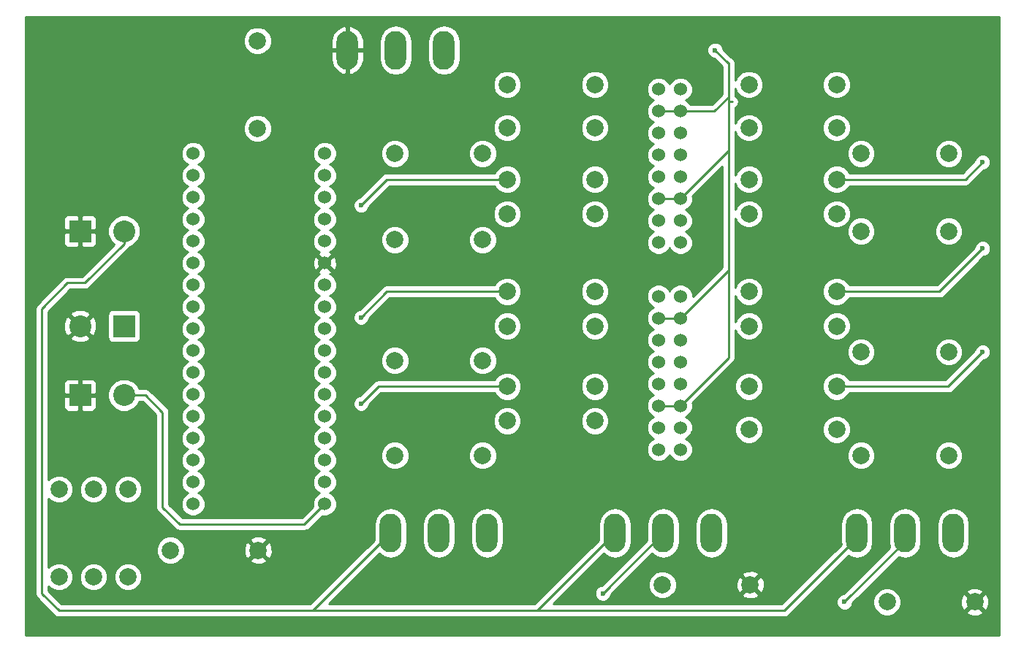
<source format=gbr>
G04 #@! TF.FileFunction,Copper,L2,Bot,Signal*
%FSLAX46Y46*%
G04 Gerber Fmt 4.6, Leading zero omitted, Abs format (unit mm)*
G04 Created by KiCad (PCBNEW 4.0.1-3.201512221402+6198~38~ubuntu15.04.1-stable) date Mon 11 Jan 2016 13:06:15 CET*
%MOMM*%
G01*
G04 APERTURE LIST*
%ADD10C,0.100000*%
%ADD11R,2.540000X2.540000*%
%ADD12C,2.540000*%
%ADD13C,1.524000*%
%ADD14O,2.499360X4.500880*%
%ADD15C,1.998980*%
%ADD16C,0.600000*%
%ADD17C,0.250000*%
%ADD18C,0.254000*%
G04 APERTURE END LIST*
D10*
D11*
X40460000Y-106000000D03*
D12*
X45540000Y-106000000D03*
D11*
X40460000Y-87000000D03*
D12*
X45540000Y-87000000D03*
D13*
X107460000Y-70540000D03*
X110000000Y-70540000D03*
X107460000Y-73080000D03*
X110000000Y-73080000D03*
X107460000Y-75620000D03*
X110000000Y-75620000D03*
X107460000Y-78160000D03*
X110000000Y-78160000D03*
X107460000Y-80700000D03*
X110000000Y-80700000D03*
X107460000Y-83240000D03*
X110000000Y-83240000D03*
X107460000Y-85780000D03*
X110000000Y-85780000D03*
X107460000Y-88320000D03*
X110000000Y-88320000D03*
X107460000Y-94540000D03*
X110000000Y-94540000D03*
X107460000Y-97080000D03*
X110000000Y-97080000D03*
X107460000Y-99620000D03*
X110000000Y-99620000D03*
X107460000Y-102160000D03*
X110000000Y-102160000D03*
X107460000Y-104700000D03*
X110000000Y-104700000D03*
X107460000Y-107240000D03*
X110000000Y-107240000D03*
X107460000Y-109780000D03*
X110000000Y-109780000D03*
X107460000Y-112320000D03*
X110000000Y-112320000D03*
D11*
X45540000Y-98000000D03*
D12*
X40460000Y-98000000D03*
D14*
X82000000Y-122000000D03*
X76412000Y-122000000D03*
X87588000Y-122000000D03*
X108000000Y-122000000D03*
X102412000Y-122000000D03*
X113588000Y-122000000D03*
X136000000Y-122000000D03*
X130412000Y-122000000D03*
X141588000Y-122000000D03*
X77000000Y-66000000D03*
X82588000Y-66000000D03*
X71412000Y-66000000D03*
D15*
X38000000Y-127080000D03*
X38000000Y-116920000D03*
X42000000Y-127080000D03*
X42000000Y-116920000D03*
X46000000Y-127080000D03*
X46000000Y-116920000D03*
X144080000Y-130000000D03*
X133920000Y-130000000D03*
X118080000Y-128000000D03*
X107920000Y-128000000D03*
X61080000Y-124000000D03*
X50920000Y-124000000D03*
X61000000Y-64920000D03*
X61000000Y-75080000D03*
X100080000Y-70000000D03*
X89920000Y-70000000D03*
X100080000Y-75000000D03*
X89920000Y-75000000D03*
X87080000Y-78000000D03*
X76920000Y-78000000D03*
X100080000Y-81000000D03*
X89920000Y-81000000D03*
X100080000Y-85000000D03*
X89920000Y-85000000D03*
X87080000Y-88000000D03*
X76920000Y-88000000D03*
X100080000Y-94000000D03*
X89920000Y-94000000D03*
X100080000Y-98000000D03*
X89920000Y-98000000D03*
X87080000Y-102000000D03*
X76920000Y-102000000D03*
X100080000Y-105000000D03*
X89920000Y-105000000D03*
X100080000Y-109000000D03*
X89920000Y-109000000D03*
X87080000Y-113000000D03*
X76920000Y-113000000D03*
X128080000Y-70000000D03*
X117920000Y-70000000D03*
X128080000Y-75000000D03*
X117920000Y-75000000D03*
X141080000Y-78000000D03*
X130920000Y-78000000D03*
X128080000Y-81000000D03*
X117920000Y-81000000D03*
X128080000Y-85000000D03*
X117920000Y-85000000D03*
X141080000Y-87000000D03*
X130920000Y-87000000D03*
X128080000Y-94000000D03*
X117920000Y-94000000D03*
X128080000Y-98000000D03*
X117920000Y-98000000D03*
X141080000Y-101000000D03*
X130920000Y-101000000D03*
X128080000Y-105000000D03*
X117920000Y-105000000D03*
X128080000Y-110000000D03*
X117920000Y-110000000D03*
X141080000Y-113000000D03*
X130920000Y-113000000D03*
D13*
X53540000Y-78000000D03*
X53540000Y-80540000D03*
X53540000Y-83080000D03*
X53540000Y-85620000D03*
X53540000Y-88160000D03*
X53540000Y-90700000D03*
X53540000Y-93240000D03*
X53540000Y-95780000D03*
X53540000Y-98320000D03*
X53540000Y-100860000D03*
X53540000Y-103400000D03*
X53540000Y-105940000D03*
X53540000Y-108480000D03*
X53540000Y-111020000D03*
X53540000Y-113560000D03*
X53540000Y-116100000D03*
X53540000Y-118640000D03*
X68780000Y-118640000D03*
X68780000Y-116100000D03*
X68780000Y-113560000D03*
X68780000Y-111020000D03*
X68780000Y-108480000D03*
X68780000Y-105940000D03*
X68780000Y-103400000D03*
X68780000Y-100860000D03*
X68780000Y-98320000D03*
X68780000Y-95780000D03*
X68780000Y-93240000D03*
X68780000Y-90700000D03*
X68780000Y-88160000D03*
X68780000Y-85620000D03*
X68780000Y-83080000D03*
X68780000Y-80540000D03*
X68780000Y-78000000D03*
D16*
X114000000Y-66000000D03*
X73000000Y-84000000D03*
X73000000Y-97000000D03*
X73000000Y-107000000D03*
X145000000Y-79000000D03*
X145000000Y-89000000D03*
X145000000Y-101000000D03*
X101000000Y-129000000D03*
X129000000Y-130000000D03*
D17*
X45540000Y-106000000D02*
X48000000Y-106000000D01*
X66420000Y-121000000D02*
X68780000Y-118640000D01*
X52000000Y-121000000D02*
X66420000Y-121000000D01*
X50000000Y-119000000D02*
X52000000Y-121000000D01*
X50000000Y-108000000D02*
X50000000Y-119000000D01*
X48000000Y-106000000D02*
X50000000Y-108000000D01*
X93000000Y-131000000D02*
X122000000Y-131000000D01*
X122000000Y-131000000D02*
X130412000Y-122588000D01*
X130412000Y-122588000D02*
X130412000Y-122000000D01*
X67000000Y-131000000D02*
X93000000Y-131000000D01*
X93000000Y-131000000D02*
X93412000Y-131000000D01*
X93412000Y-131000000D02*
X102412000Y-122000000D01*
X45540000Y-87000000D02*
X45540000Y-88460000D01*
X67412000Y-131000000D02*
X76412000Y-122000000D01*
X38000000Y-131000000D02*
X67000000Y-131000000D01*
X67000000Y-131000000D02*
X67412000Y-131000000D01*
X36000000Y-129000000D02*
X38000000Y-131000000D01*
X36000000Y-96000000D02*
X36000000Y-129000000D01*
X39000000Y-93000000D02*
X36000000Y-96000000D01*
X41000000Y-93000000D02*
X39000000Y-93000000D01*
X45540000Y-88460000D02*
X41000000Y-93000000D01*
X115588000Y-71000000D02*
X115588000Y-71412000D01*
X113920000Y-73080000D02*
X110000000Y-73080000D01*
X115588000Y-71412000D02*
X113920000Y-73080000D01*
X115588000Y-72000000D02*
X116000000Y-72000000D01*
X107460000Y-73080000D02*
X110000000Y-73080000D01*
X115588000Y-67492000D02*
X115492000Y-67492000D01*
X115588000Y-77652000D02*
X115588000Y-72000000D01*
X115588000Y-72000000D02*
X115588000Y-71000000D01*
X115588000Y-71000000D02*
X115588000Y-67492000D01*
X115492000Y-67492000D02*
X114000000Y-66000000D01*
X110000000Y-107240000D02*
X107460000Y-107240000D01*
X115588000Y-91000000D02*
X115588000Y-101652000D01*
X115588000Y-101652000D02*
X110000000Y-107240000D01*
X115588000Y-77652000D02*
X115588000Y-91000000D01*
X115588000Y-91000000D02*
X115588000Y-91492000D01*
X115588000Y-91492000D02*
X110000000Y-97080000D01*
X107460000Y-97080000D02*
X110000000Y-97080000D01*
X107460000Y-83240000D02*
X110000000Y-83240000D01*
X115588000Y-77652000D02*
X110000000Y-83240000D01*
X128080000Y-81000000D02*
X143000000Y-81000000D01*
X143000000Y-81000000D02*
X145000000Y-79000000D01*
X128080000Y-94000000D02*
X140000000Y-94000000D01*
X140000000Y-94000000D02*
X145000000Y-89000000D01*
X141000000Y-105000000D02*
X128080000Y-105000000D01*
X145000000Y-101000000D02*
X141000000Y-105000000D01*
X89920000Y-105000000D02*
X75000000Y-105000000D01*
X75000000Y-105000000D02*
X73000000Y-107000000D01*
X89920000Y-94000000D02*
X76000000Y-94000000D01*
X76000000Y-94000000D02*
X73000000Y-97000000D01*
X89920000Y-81000000D02*
X76000000Y-81000000D01*
X76000000Y-81000000D02*
X73000000Y-84000000D01*
X101000000Y-129000000D02*
X108000000Y-122000000D01*
X129000000Y-130000000D02*
X136000000Y-123000000D01*
X136000000Y-123000000D02*
X136000000Y-122000000D01*
D18*
G36*
X146873000Y-133873000D02*
X34127000Y-133873000D01*
X34127000Y-96000000D01*
X35240000Y-96000000D01*
X35240000Y-129000000D01*
X35297852Y-129290839D01*
X35462599Y-129537401D01*
X37462599Y-131537401D01*
X37709161Y-131702148D01*
X38000000Y-131760000D01*
X122000000Y-131760000D01*
X122290839Y-131702148D01*
X122537401Y-131537401D01*
X123889635Y-130185167D01*
X128064838Y-130185167D01*
X128206883Y-130528943D01*
X128469673Y-130792192D01*
X128813201Y-130934838D01*
X129185167Y-130935162D01*
X129528943Y-130793117D01*
X129792192Y-130530327D01*
X129877993Y-130323694D01*
X132285226Y-130323694D01*
X132533538Y-130924655D01*
X132992927Y-131384846D01*
X133593453Y-131634206D01*
X134243694Y-131634774D01*
X134844655Y-131386462D01*
X135079363Y-131152163D01*
X143107443Y-131152163D01*
X143206042Y-131418965D01*
X143815582Y-131645401D01*
X144465377Y-131621341D01*
X144953958Y-131418965D01*
X145052557Y-131152163D01*
X144080000Y-130179605D01*
X143107443Y-131152163D01*
X135079363Y-131152163D01*
X135304846Y-130927073D01*
X135554206Y-130326547D01*
X135554722Y-129735582D01*
X142434599Y-129735582D01*
X142458659Y-130385377D01*
X142661035Y-130873958D01*
X142927837Y-130972557D01*
X143900395Y-130000000D01*
X144259605Y-130000000D01*
X145232163Y-130972557D01*
X145498965Y-130873958D01*
X145725401Y-130264418D01*
X145701341Y-129614623D01*
X145498965Y-129126042D01*
X145232163Y-129027443D01*
X144259605Y-130000000D01*
X143900395Y-130000000D01*
X142927837Y-129027443D01*
X142661035Y-129126042D01*
X142434599Y-129735582D01*
X135554722Y-129735582D01*
X135554774Y-129676306D01*
X135306462Y-129075345D01*
X135079351Y-128847837D01*
X143107443Y-128847837D01*
X144080000Y-129820395D01*
X145052557Y-128847837D01*
X144953958Y-128581035D01*
X144344418Y-128354599D01*
X143694623Y-128378659D01*
X143206042Y-128581035D01*
X143107443Y-128847837D01*
X135079351Y-128847837D01*
X134847073Y-128615154D01*
X134246547Y-128365794D01*
X133596306Y-128365226D01*
X132995345Y-128613538D01*
X132535154Y-129072927D01*
X132285794Y-129673453D01*
X132285226Y-130323694D01*
X129877993Y-130323694D01*
X129934838Y-130186799D01*
X129934879Y-130139923D01*
X135277285Y-124797517D01*
X135278764Y-124798506D01*
X136000000Y-124941969D01*
X136721236Y-124798506D01*
X137332670Y-124389959D01*
X137741217Y-123778525D01*
X137884680Y-123057289D01*
X137884680Y-120942711D01*
X139703320Y-120942711D01*
X139703320Y-123057289D01*
X139846783Y-123778525D01*
X140255330Y-124389959D01*
X140866764Y-124798506D01*
X141588000Y-124941969D01*
X142309236Y-124798506D01*
X142920670Y-124389959D01*
X143329217Y-123778525D01*
X143472680Y-123057289D01*
X143472680Y-120942711D01*
X143329217Y-120221475D01*
X142920670Y-119610041D01*
X142309236Y-119201494D01*
X141588000Y-119058031D01*
X140866764Y-119201494D01*
X140255330Y-119610041D01*
X139846783Y-120221475D01*
X139703320Y-120942711D01*
X137884680Y-120942711D01*
X137741217Y-120221475D01*
X137332670Y-119610041D01*
X136721236Y-119201494D01*
X136000000Y-119058031D01*
X135278764Y-119201494D01*
X134667330Y-119610041D01*
X134258783Y-120221475D01*
X134115320Y-120942711D01*
X134115320Y-123057289D01*
X134240183Y-123685015D01*
X128860320Y-129064878D01*
X128814833Y-129064838D01*
X128471057Y-129206883D01*
X128207808Y-129469673D01*
X128065162Y-129813201D01*
X128064838Y-130185167D01*
X123889635Y-130185167D01*
X129442309Y-124632493D01*
X129690764Y-124798506D01*
X130412000Y-124941969D01*
X131133236Y-124798506D01*
X131744670Y-124389959D01*
X132153217Y-123778525D01*
X132296680Y-123057289D01*
X132296680Y-120942711D01*
X132153217Y-120221475D01*
X131744670Y-119610041D01*
X131133236Y-119201494D01*
X130412000Y-119058031D01*
X129690764Y-119201494D01*
X129079330Y-119610041D01*
X128670783Y-120221475D01*
X128527320Y-120942711D01*
X128527320Y-123057289D01*
X128583827Y-123341371D01*
X121685198Y-130240000D01*
X95246802Y-130240000D01*
X96301635Y-129185167D01*
X100064838Y-129185167D01*
X100206883Y-129528943D01*
X100469673Y-129792192D01*
X100813201Y-129934838D01*
X101185167Y-129935162D01*
X101528943Y-129793117D01*
X101792192Y-129530327D01*
X101934838Y-129186799D01*
X101934879Y-129139923D01*
X102751108Y-128323694D01*
X106285226Y-128323694D01*
X106533538Y-128924655D01*
X106992927Y-129384846D01*
X107593453Y-129634206D01*
X108243694Y-129634774D01*
X108844655Y-129386462D01*
X109079363Y-129152163D01*
X117107443Y-129152163D01*
X117206042Y-129418965D01*
X117815582Y-129645401D01*
X118465377Y-129621341D01*
X118953958Y-129418965D01*
X119052557Y-129152163D01*
X118080000Y-128179605D01*
X117107443Y-129152163D01*
X109079363Y-129152163D01*
X109304846Y-128927073D01*
X109554206Y-128326547D01*
X109554722Y-127735582D01*
X116434599Y-127735582D01*
X116458659Y-128385377D01*
X116661035Y-128873958D01*
X116927837Y-128972557D01*
X117900395Y-128000000D01*
X118259605Y-128000000D01*
X119232163Y-128972557D01*
X119498965Y-128873958D01*
X119725401Y-128264418D01*
X119701341Y-127614623D01*
X119498965Y-127126042D01*
X119232163Y-127027443D01*
X118259605Y-128000000D01*
X117900395Y-128000000D01*
X116927837Y-127027443D01*
X116661035Y-127126042D01*
X116434599Y-127735582D01*
X109554722Y-127735582D01*
X109554774Y-127676306D01*
X109306462Y-127075345D01*
X109079351Y-126847837D01*
X117107443Y-126847837D01*
X118080000Y-127820395D01*
X119052557Y-126847837D01*
X118953958Y-126581035D01*
X118344418Y-126354599D01*
X117694623Y-126378659D01*
X117206042Y-126581035D01*
X117107443Y-126847837D01*
X109079351Y-126847837D01*
X108847073Y-126615154D01*
X108246547Y-126365794D01*
X107596306Y-126365226D01*
X106995345Y-126613538D01*
X106535154Y-127072927D01*
X106285794Y-127673453D01*
X106285226Y-128323694D01*
X102751108Y-128323694D01*
X106677828Y-124396974D01*
X107278764Y-124798506D01*
X108000000Y-124941969D01*
X108721236Y-124798506D01*
X109332670Y-124389959D01*
X109741217Y-123778525D01*
X109884680Y-123057289D01*
X109884680Y-120942711D01*
X111703320Y-120942711D01*
X111703320Y-123057289D01*
X111846783Y-123778525D01*
X112255330Y-124389959D01*
X112866764Y-124798506D01*
X113588000Y-124941969D01*
X114309236Y-124798506D01*
X114920670Y-124389959D01*
X115329217Y-123778525D01*
X115472680Y-123057289D01*
X115472680Y-120942711D01*
X115329217Y-120221475D01*
X114920670Y-119610041D01*
X114309236Y-119201494D01*
X113588000Y-119058031D01*
X112866764Y-119201494D01*
X112255330Y-119610041D01*
X111846783Y-120221475D01*
X111703320Y-120942711D01*
X109884680Y-120942711D01*
X109741217Y-120221475D01*
X109332670Y-119610041D01*
X108721236Y-119201494D01*
X108000000Y-119058031D01*
X107278764Y-119201494D01*
X106667330Y-119610041D01*
X106258783Y-120221475D01*
X106115320Y-120942711D01*
X106115320Y-122809878D01*
X100860320Y-128064878D01*
X100814833Y-128064838D01*
X100471057Y-128206883D01*
X100207808Y-128469673D01*
X100065162Y-128813201D01*
X100064838Y-129185167D01*
X96301635Y-129185167D01*
X101089828Y-124396974D01*
X101690764Y-124798506D01*
X102412000Y-124941969D01*
X103133236Y-124798506D01*
X103744670Y-124389959D01*
X104153217Y-123778525D01*
X104296680Y-123057289D01*
X104296680Y-120942711D01*
X104153217Y-120221475D01*
X103744670Y-119610041D01*
X103133236Y-119201494D01*
X102412000Y-119058031D01*
X101690764Y-119201494D01*
X101079330Y-119610041D01*
X100670783Y-120221475D01*
X100527320Y-120942711D01*
X100527320Y-122809878D01*
X93097198Y-130240000D01*
X69246802Y-130240000D01*
X75089828Y-124396974D01*
X75690764Y-124798506D01*
X76412000Y-124941969D01*
X77133236Y-124798506D01*
X77744670Y-124389959D01*
X78153217Y-123778525D01*
X78296680Y-123057289D01*
X78296680Y-120942711D01*
X80115320Y-120942711D01*
X80115320Y-123057289D01*
X80258783Y-123778525D01*
X80667330Y-124389959D01*
X81278764Y-124798506D01*
X82000000Y-124941969D01*
X82721236Y-124798506D01*
X83332670Y-124389959D01*
X83741217Y-123778525D01*
X83884680Y-123057289D01*
X83884680Y-120942711D01*
X85703320Y-120942711D01*
X85703320Y-123057289D01*
X85846783Y-123778525D01*
X86255330Y-124389959D01*
X86866764Y-124798506D01*
X87588000Y-124941969D01*
X88309236Y-124798506D01*
X88920670Y-124389959D01*
X89329217Y-123778525D01*
X89472680Y-123057289D01*
X89472680Y-120942711D01*
X89329217Y-120221475D01*
X88920670Y-119610041D01*
X88309236Y-119201494D01*
X87588000Y-119058031D01*
X86866764Y-119201494D01*
X86255330Y-119610041D01*
X85846783Y-120221475D01*
X85703320Y-120942711D01*
X83884680Y-120942711D01*
X83741217Y-120221475D01*
X83332670Y-119610041D01*
X82721236Y-119201494D01*
X82000000Y-119058031D01*
X81278764Y-119201494D01*
X80667330Y-119610041D01*
X80258783Y-120221475D01*
X80115320Y-120942711D01*
X78296680Y-120942711D01*
X78153217Y-120221475D01*
X77744670Y-119610041D01*
X77133236Y-119201494D01*
X76412000Y-119058031D01*
X75690764Y-119201494D01*
X75079330Y-119610041D01*
X74670783Y-120221475D01*
X74527320Y-120942711D01*
X74527320Y-122809878D01*
X67097198Y-130240000D01*
X38314802Y-130240000D01*
X36760000Y-128685198D01*
X36760000Y-128151373D01*
X37072927Y-128464846D01*
X37673453Y-128714206D01*
X38323694Y-128714774D01*
X38924655Y-128466462D01*
X39384846Y-128007073D01*
X39634206Y-127406547D01*
X39634208Y-127403694D01*
X40365226Y-127403694D01*
X40613538Y-128004655D01*
X41072927Y-128464846D01*
X41673453Y-128714206D01*
X42323694Y-128714774D01*
X42924655Y-128466462D01*
X43384846Y-128007073D01*
X43634206Y-127406547D01*
X43634208Y-127403694D01*
X44365226Y-127403694D01*
X44613538Y-128004655D01*
X45072927Y-128464846D01*
X45673453Y-128714206D01*
X46323694Y-128714774D01*
X46924655Y-128466462D01*
X47384846Y-128007073D01*
X47634206Y-127406547D01*
X47634774Y-126756306D01*
X47386462Y-126155345D01*
X46927073Y-125695154D01*
X46326547Y-125445794D01*
X45676306Y-125445226D01*
X45075345Y-125693538D01*
X44615154Y-126152927D01*
X44365794Y-126753453D01*
X44365226Y-127403694D01*
X43634208Y-127403694D01*
X43634774Y-126756306D01*
X43386462Y-126155345D01*
X42927073Y-125695154D01*
X42326547Y-125445794D01*
X41676306Y-125445226D01*
X41075345Y-125693538D01*
X40615154Y-126152927D01*
X40365794Y-126753453D01*
X40365226Y-127403694D01*
X39634208Y-127403694D01*
X39634774Y-126756306D01*
X39386462Y-126155345D01*
X38927073Y-125695154D01*
X38326547Y-125445794D01*
X37676306Y-125445226D01*
X37075345Y-125693538D01*
X36760000Y-126008333D01*
X36760000Y-124323694D01*
X49285226Y-124323694D01*
X49533538Y-124924655D01*
X49992927Y-125384846D01*
X50593453Y-125634206D01*
X51243694Y-125634774D01*
X51844655Y-125386462D01*
X52079363Y-125152163D01*
X60107443Y-125152163D01*
X60206042Y-125418965D01*
X60815582Y-125645401D01*
X61465377Y-125621341D01*
X61953958Y-125418965D01*
X62052557Y-125152163D01*
X61080000Y-124179605D01*
X60107443Y-125152163D01*
X52079363Y-125152163D01*
X52304846Y-124927073D01*
X52554206Y-124326547D01*
X52554722Y-123735582D01*
X59434599Y-123735582D01*
X59458659Y-124385377D01*
X59661035Y-124873958D01*
X59927837Y-124972557D01*
X60900395Y-124000000D01*
X61259605Y-124000000D01*
X62232163Y-124972557D01*
X62498965Y-124873958D01*
X62725401Y-124264418D01*
X62701341Y-123614623D01*
X62498965Y-123126042D01*
X62232163Y-123027443D01*
X61259605Y-124000000D01*
X60900395Y-124000000D01*
X59927837Y-123027443D01*
X59661035Y-123126042D01*
X59434599Y-123735582D01*
X52554722Y-123735582D01*
X52554774Y-123676306D01*
X52306462Y-123075345D01*
X52079351Y-122847837D01*
X60107443Y-122847837D01*
X61080000Y-123820395D01*
X62052557Y-122847837D01*
X61953958Y-122581035D01*
X61344418Y-122354599D01*
X60694623Y-122378659D01*
X60206042Y-122581035D01*
X60107443Y-122847837D01*
X52079351Y-122847837D01*
X51847073Y-122615154D01*
X51246547Y-122365794D01*
X50596306Y-122365226D01*
X49995345Y-122613538D01*
X49535154Y-123072927D01*
X49285794Y-123673453D01*
X49285226Y-124323694D01*
X36760000Y-124323694D01*
X36760000Y-117991373D01*
X37072927Y-118304846D01*
X37673453Y-118554206D01*
X38323694Y-118554774D01*
X38924655Y-118306462D01*
X39384846Y-117847073D01*
X39634206Y-117246547D01*
X39634208Y-117243694D01*
X40365226Y-117243694D01*
X40613538Y-117844655D01*
X41072927Y-118304846D01*
X41673453Y-118554206D01*
X42323694Y-118554774D01*
X42924655Y-118306462D01*
X43384846Y-117847073D01*
X43634206Y-117246547D01*
X43634208Y-117243694D01*
X44365226Y-117243694D01*
X44613538Y-117844655D01*
X45072927Y-118304846D01*
X45673453Y-118554206D01*
X46323694Y-118554774D01*
X46924655Y-118306462D01*
X47384846Y-117847073D01*
X47634206Y-117246547D01*
X47634774Y-116596306D01*
X47386462Y-115995345D01*
X46927073Y-115535154D01*
X46326547Y-115285794D01*
X45676306Y-115285226D01*
X45075345Y-115533538D01*
X44615154Y-115992927D01*
X44365794Y-116593453D01*
X44365226Y-117243694D01*
X43634208Y-117243694D01*
X43634774Y-116596306D01*
X43386462Y-115995345D01*
X42927073Y-115535154D01*
X42326547Y-115285794D01*
X41676306Y-115285226D01*
X41075345Y-115533538D01*
X40615154Y-115992927D01*
X40365794Y-116593453D01*
X40365226Y-117243694D01*
X39634208Y-117243694D01*
X39634774Y-116596306D01*
X39386462Y-115995345D01*
X38927073Y-115535154D01*
X38326547Y-115285794D01*
X37676306Y-115285226D01*
X37075345Y-115533538D01*
X36760000Y-115848333D01*
X36760000Y-106285750D01*
X38555000Y-106285750D01*
X38555000Y-107396310D01*
X38651673Y-107629699D01*
X38830302Y-107808327D01*
X39063691Y-107905000D01*
X40174250Y-107905000D01*
X40333000Y-107746250D01*
X40333000Y-106127000D01*
X40587000Y-106127000D01*
X40587000Y-107746250D01*
X40745750Y-107905000D01*
X41856309Y-107905000D01*
X42089698Y-107808327D01*
X42268327Y-107629699D01*
X42365000Y-107396310D01*
X42365000Y-106377265D01*
X43634670Y-106377265D01*
X43924078Y-107077686D01*
X44459495Y-107614039D01*
X45159410Y-107904668D01*
X45917265Y-107905330D01*
X46617686Y-107615922D01*
X47154039Y-107080505D01*
X47287124Y-106760000D01*
X47685198Y-106760000D01*
X49240000Y-108314802D01*
X49240000Y-119000000D01*
X49297852Y-119290839D01*
X49462599Y-119537401D01*
X51462599Y-121537401D01*
X51709161Y-121702148D01*
X52000000Y-121760000D01*
X66420000Y-121760000D01*
X66710839Y-121702148D01*
X66957401Y-121537401D01*
X68470619Y-120024183D01*
X68500900Y-120036757D01*
X69056661Y-120037242D01*
X69570303Y-119825010D01*
X69963629Y-119432370D01*
X70176757Y-118919100D01*
X70177242Y-118363339D01*
X69965010Y-117849697D01*
X69572370Y-117456371D01*
X69364488Y-117370051D01*
X69570303Y-117285010D01*
X69963629Y-116892370D01*
X70176757Y-116379100D01*
X70177242Y-115823339D01*
X69965010Y-115309697D01*
X69572370Y-114916371D01*
X69364488Y-114830051D01*
X69570303Y-114745010D01*
X69963629Y-114352370D01*
X70176757Y-113839100D01*
X70177206Y-113323694D01*
X75285226Y-113323694D01*
X75533538Y-113924655D01*
X75992927Y-114384846D01*
X76593453Y-114634206D01*
X77243694Y-114634774D01*
X77844655Y-114386462D01*
X78304846Y-113927073D01*
X78554206Y-113326547D01*
X78554208Y-113323694D01*
X85445226Y-113323694D01*
X85693538Y-113924655D01*
X86152927Y-114384846D01*
X86753453Y-114634206D01*
X87403694Y-114634774D01*
X88004655Y-114386462D01*
X88464846Y-113927073D01*
X88714206Y-113326547D01*
X88714774Y-112676306D01*
X88466462Y-112075345D01*
X88007073Y-111615154D01*
X87406547Y-111365794D01*
X86756306Y-111365226D01*
X86155345Y-111613538D01*
X85695154Y-112072927D01*
X85445794Y-112673453D01*
X85445226Y-113323694D01*
X78554208Y-113323694D01*
X78554774Y-112676306D01*
X78306462Y-112075345D01*
X77847073Y-111615154D01*
X77246547Y-111365794D01*
X76596306Y-111365226D01*
X75995345Y-111613538D01*
X75535154Y-112072927D01*
X75285794Y-112673453D01*
X75285226Y-113323694D01*
X70177206Y-113323694D01*
X70177242Y-113283339D01*
X69965010Y-112769697D01*
X69572370Y-112376371D01*
X69364488Y-112290051D01*
X69570303Y-112205010D01*
X69963629Y-111812370D01*
X70176757Y-111299100D01*
X70177242Y-110743339D01*
X69965010Y-110229697D01*
X69572370Y-109836371D01*
X69364488Y-109750051D01*
X69570303Y-109665010D01*
X69912215Y-109323694D01*
X88285226Y-109323694D01*
X88533538Y-109924655D01*
X88992927Y-110384846D01*
X89593453Y-110634206D01*
X90243694Y-110634774D01*
X90844655Y-110386462D01*
X91304846Y-109927073D01*
X91554206Y-109326547D01*
X91554208Y-109323694D01*
X98445226Y-109323694D01*
X98693538Y-109924655D01*
X99152927Y-110384846D01*
X99753453Y-110634206D01*
X100403694Y-110634774D01*
X101004655Y-110386462D01*
X101464846Y-109927073D01*
X101714206Y-109326547D01*
X101714774Y-108676306D01*
X101466462Y-108075345D01*
X101007073Y-107615154D01*
X100406547Y-107365794D01*
X99756306Y-107365226D01*
X99155345Y-107613538D01*
X98695154Y-108072927D01*
X98445794Y-108673453D01*
X98445226Y-109323694D01*
X91554208Y-109323694D01*
X91554774Y-108676306D01*
X91306462Y-108075345D01*
X90847073Y-107615154D01*
X90246547Y-107365794D01*
X89596306Y-107365226D01*
X88995345Y-107613538D01*
X88535154Y-108072927D01*
X88285794Y-108673453D01*
X88285226Y-109323694D01*
X69912215Y-109323694D01*
X69963629Y-109272370D01*
X70176757Y-108759100D01*
X70177242Y-108203339D01*
X69965010Y-107689697D01*
X69572370Y-107296371D01*
X69364488Y-107210051D01*
X69424711Y-107185167D01*
X72064838Y-107185167D01*
X72206883Y-107528943D01*
X72469673Y-107792192D01*
X72813201Y-107934838D01*
X73185167Y-107935162D01*
X73528943Y-107793117D01*
X73792192Y-107530327D01*
X73934838Y-107186799D01*
X73934879Y-107139923D01*
X75314802Y-105760000D01*
X88465504Y-105760000D01*
X88533538Y-105924655D01*
X88992927Y-106384846D01*
X89593453Y-106634206D01*
X90243694Y-106634774D01*
X90844655Y-106386462D01*
X91304846Y-105927073D01*
X91554206Y-105326547D01*
X91554208Y-105323694D01*
X98445226Y-105323694D01*
X98693538Y-105924655D01*
X99152927Y-106384846D01*
X99753453Y-106634206D01*
X100403694Y-106634774D01*
X101004655Y-106386462D01*
X101464846Y-105927073D01*
X101714206Y-105326547D01*
X101714774Y-104676306D01*
X101466462Y-104075345D01*
X101007073Y-103615154D01*
X100406547Y-103365794D01*
X99756306Y-103365226D01*
X99155345Y-103613538D01*
X98695154Y-104072927D01*
X98445794Y-104673453D01*
X98445226Y-105323694D01*
X91554208Y-105323694D01*
X91554774Y-104676306D01*
X91306462Y-104075345D01*
X90847073Y-103615154D01*
X90246547Y-103365794D01*
X89596306Y-103365226D01*
X88995345Y-103613538D01*
X88535154Y-104072927D01*
X88465779Y-104240000D01*
X75000000Y-104240000D01*
X74709161Y-104297852D01*
X74462599Y-104462599D01*
X72860320Y-106064878D01*
X72814833Y-106064838D01*
X72471057Y-106206883D01*
X72207808Y-106469673D01*
X72065162Y-106813201D01*
X72064838Y-107185167D01*
X69424711Y-107185167D01*
X69570303Y-107125010D01*
X69963629Y-106732370D01*
X70176757Y-106219100D01*
X70177242Y-105663339D01*
X69965010Y-105149697D01*
X69572370Y-104756371D01*
X69364488Y-104670051D01*
X69570303Y-104585010D01*
X69963629Y-104192370D01*
X70176757Y-103679100D01*
X70177242Y-103123339D01*
X69965010Y-102609697D01*
X69679506Y-102323694D01*
X75285226Y-102323694D01*
X75533538Y-102924655D01*
X75992927Y-103384846D01*
X76593453Y-103634206D01*
X77243694Y-103634774D01*
X77844655Y-103386462D01*
X78304846Y-102927073D01*
X78554206Y-102326547D01*
X78554208Y-102323694D01*
X85445226Y-102323694D01*
X85693538Y-102924655D01*
X86152927Y-103384846D01*
X86753453Y-103634206D01*
X87403694Y-103634774D01*
X88004655Y-103386462D01*
X88464846Y-102927073D01*
X88714206Y-102326547D01*
X88714774Y-101676306D01*
X88466462Y-101075345D01*
X88007073Y-100615154D01*
X87406547Y-100365794D01*
X86756306Y-100365226D01*
X86155345Y-100613538D01*
X85695154Y-101072927D01*
X85445794Y-101673453D01*
X85445226Y-102323694D01*
X78554208Y-102323694D01*
X78554774Y-101676306D01*
X78306462Y-101075345D01*
X77847073Y-100615154D01*
X77246547Y-100365794D01*
X76596306Y-100365226D01*
X75995345Y-100613538D01*
X75535154Y-101072927D01*
X75285794Y-101673453D01*
X75285226Y-102323694D01*
X69679506Y-102323694D01*
X69572370Y-102216371D01*
X69364488Y-102130051D01*
X69570303Y-102045010D01*
X69963629Y-101652370D01*
X70176757Y-101139100D01*
X70177242Y-100583339D01*
X69965010Y-100069697D01*
X69572370Y-99676371D01*
X69364488Y-99590051D01*
X69570303Y-99505010D01*
X69963629Y-99112370D01*
X70176757Y-98599100D01*
X70176997Y-98323694D01*
X88285226Y-98323694D01*
X88533538Y-98924655D01*
X88992927Y-99384846D01*
X89593453Y-99634206D01*
X90243694Y-99634774D01*
X90844655Y-99386462D01*
X91304846Y-98927073D01*
X91554206Y-98326547D01*
X91554208Y-98323694D01*
X98445226Y-98323694D01*
X98693538Y-98924655D01*
X99152927Y-99384846D01*
X99753453Y-99634206D01*
X100403694Y-99634774D01*
X101004655Y-99386462D01*
X101464846Y-98927073D01*
X101714206Y-98326547D01*
X101714774Y-97676306D01*
X101466462Y-97075345D01*
X101007073Y-96615154D01*
X100406547Y-96365794D01*
X99756306Y-96365226D01*
X99155345Y-96613538D01*
X98695154Y-97072927D01*
X98445794Y-97673453D01*
X98445226Y-98323694D01*
X91554208Y-98323694D01*
X91554774Y-97676306D01*
X91306462Y-97075345D01*
X90847073Y-96615154D01*
X90246547Y-96365794D01*
X89596306Y-96365226D01*
X88995345Y-96613538D01*
X88535154Y-97072927D01*
X88285794Y-97673453D01*
X88285226Y-98323694D01*
X70176997Y-98323694D01*
X70177242Y-98043339D01*
X69965010Y-97529697D01*
X69621081Y-97185167D01*
X72064838Y-97185167D01*
X72206883Y-97528943D01*
X72469673Y-97792192D01*
X72813201Y-97934838D01*
X73185167Y-97935162D01*
X73528943Y-97793117D01*
X73792192Y-97530327D01*
X73934838Y-97186799D01*
X73934879Y-97139923D01*
X76314802Y-94760000D01*
X88465504Y-94760000D01*
X88533538Y-94924655D01*
X88992927Y-95384846D01*
X89593453Y-95634206D01*
X90243694Y-95634774D01*
X90844655Y-95386462D01*
X91304846Y-94927073D01*
X91554206Y-94326547D01*
X91554208Y-94323694D01*
X98445226Y-94323694D01*
X98693538Y-94924655D01*
X99152927Y-95384846D01*
X99753453Y-95634206D01*
X100403694Y-95634774D01*
X101004655Y-95386462D01*
X101464846Y-94927073D01*
X101714206Y-94326547D01*
X101714774Y-93676306D01*
X101466462Y-93075345D01*
X101007073Y-92615154D01*
X100406547Y-92365794D01*
X99756306Y-92365226D01*
X99155345Y-92613538D01*
X98695154Y-93072927D01*
X98445794Y-93673453D01*
X98445226Y-94323694D01*
X91554208Y-94323694D01*
X91554774Y-93676306D01*
X91306462Y-93075345D01*
X90847073Y-92615154D01*
X90246547Y-92365794D01*
X89596306Y-92365226D01*
X88995345Y-92613538D01*
X88535154Y-93072927D01*
X88465779Y-93240000D01*
X76000000Y-93240000D01*
X75709161Y-93297852D01*
X75462599Y-93462599D01*
X72860320Y-96064878D01*
X72814833Y-96064838D01*
X72471057Y-96206883D01*
X72207808Y-96469673D01*
X72065162Y-96813201D01*
X72064838Y-97185167D01*
X69621081Y-97185167D01*
X69572370Y-97136371D01*
X69364488Y-97050051D01*
X69570303Y-96965010D01*
X69963629Y-96572370D01*
X70176757Y-96059100D01*
X70177242Y-95503339D01*
X69965010Y-94989697D01*
X69572370Y-94596371D01*
X69364488Y-94510051D01*
X69570303Y-94425010D01*
X69963629Y-94032370D01*
X70176757Y-93519100D01*
X70177242Y-92963339D01*
X69965010Y-92449697D01*
X69572370Y-92056371D01*
X69380273Y-91976605D01*
X69511143Y-91922397D01*
X69580608Y-91680213D01*
X68780000Y-90879605D01*
X67979392Y-91680213D01*
X68048857Y-91922397D01*
X68189318Y-91972509D01*
X67989697Y-92054990D01*
X67596371Y-92447630D01*
X67383243Y-92960900D01*
X67382758Y-93516661D01*
X67594990Y-94030303D01*
X67987630Y-94423629D01*
X68195512Y-94509949D01*
X67989697Y-94594990D01*
X67596371Y-94987630D01*
X67383243Y-95500900D01*
X67382758Y-96056661D01*
X67594990Y-96570303D01*
X67987630Y-96963629D01*
X68195512Y-97049949D01*
X67989697Y-97134990D01*
X67596371Y-97527630D01*
X67383243Y-98040900D01*
X67382758Y-98596661D01*
X67594990Y-99110303D01*
X67987630Y-99503629D01*
X68195512Y-99589949D01*
X67989697Y-99674990D01*
X67596371Y-100067630D01*
X67383243Y-100580900D01*
X67382758Y-101136661D01*
X67594990Y-101650303D01*
X67987630Y-102043629D01*
X68195512Y-102129949D01*
X67989697Y-102214990D01*
X67596371Y-102607630D01*
X67383243Y-103120900D01*
X67382758Y-103676661D01*
X67594990Y-104190303D01*
X67987630Y-104583629D01*
X68195512Y-104669949D01*
X67989697Y-104754990D01*
X67596371Y-105147630D01*
X67383243Y-105660900D01*
X67382758Y-106216661D01*
X67594990Y-106730303D01*
X67987630Y-107123629D01*
X68195512Y-107209949D01*
X67989697Y-107294990D01*
X67596371Y-107687630D01*
X67383243Y-108200900D01*
X67382758Y-108756661D01*
X67594990Y-109270303D01*
X67987630Y-109663629D01*
X68195512Y-109749949D01*
X67989697Y-109834990D01*
X67596371Y-110227630D01*
X67383243Y-110740900D01*
X67382758Y-111296661D01*
X67594990Y-111810303D01*
X67987630Y-112203629D01*
X68195512Y-112289949D01*
X67989697Y-112374990D01*
X67596371Y-112767630D01*
X67383243Y-113280900D01*
X67382758Y-113836661D01*
X67594990Y-114350303D01*
X67987630Y-114743629D01*
X68195512Y-114829949D01*
X67989697Y-114914990D01*
X67596371Y-115307630D01*
X67383243Y-115820900D01*
X67382758Y-116376661D01*
X67594990Y-116890303D01*
X67987630Y-117283629D01*
X68195512Y-117369949D01*
X67989697Y-117454990D01*
X67596371Y-117847630D01*
X67383243Y-118360900D01*
X67382758Y-118916661D01*
X67396143Y-118949055D01*
X66105198Y-120240000D01*
X52314802Y-120240000D01*
X50760000Y-118685198D01*
X50760000Y-108000000D01*
X50702148Y-107709161D01*
X50537401Y-107462599D01*
X48537401Y-105462599D01*
X48290839Y-105297852D01*
X48000000Y-105240000D01*
X47287187Y-105240000D01*
X47155922Y-104922314D01*
X46620505Y-104385961D01*
X45920590Y-104095332D01*
X45162735Y-104094670D01*
X44462314Y-104384078D01*
X43925961Y-104919495D01*
X43635332Y-105619410D01*
X43634670Y-106377265D01*
X42365000Y-106377265D01*
X42365000Y-106285750D01*
X42206250Y-106127000D01*
X40587000Y-106127000D01*
X40333000Y-106127000D01*
X38713750Y-106127000D01*
X38555000Y-106285750D01*
X36760000Y-106285750D01*
X36760000Y-104603690D01*
X38555000Y-104603690D01*
X38555000Y-105714250D01*
X38713750Y-105873000D01*
X40333000Y-105873000D01*
X40333000Y-104253750D01*
X40587000Y-104253750D01*
X40587000Y-105873000D01*
X42206250Y-105873000D01*
X42365000Y-105714250D01*
X42365000Y-104603690D01*
X42268327Y-104370301D01*
X42089698Y-104191673D01*
X41856309Y-104095000D01*
X40745750Y-104095000D01*
X40587000Y-104253750D01*
X40333000Y-104253750D01*
X40174250Y-104095000D01*
X39063691Y-104095000D01*
X38830302Y-104191673D01*
X38651673Y-104370301D01*
X38555000Y-104603690D01*
X36760000Y-104603690D01*
X36760000Y-99347777D01*
X39291828Y-99347777D01*
X39423520Y-99642657D01*
X40131036Y-99914261D01*
X40888632Y-99894436D01*
X41496480Y-99642657D01*
X41628172Y-99347777D01*
X40460000Y-98179605D01*
X39291828Y-99347777D01*
X36760000Y-99347777D01*
X36760000Y-97671036D01*
X38545739Y-97671036D01*
X38565564Y-98428632D01*
X38817343Y-99036480D01*
X39112223Y-99168172D01*
X40280395Y-98000000D01*
X40639605Y-98000000D01*
X41807777Y-99168172D01*
X42102657Y-99036480D01*
X42374261Y-98328964D01*
X42354436Y-97571368D01*
X42102657Y-96963520D01*
X41807777Y-96831828D01*
X40639605Y-98000000D01*
X40280395Y-98000000D01*
X39112223Y-96831828D01*
X38817343Y-96963520D01*
X38545739Y-97671036D01*
X36760000Y-97671036D01*
X36760000Y-96652223D01*
X39291828Y-96652223D01*
X40460000Y-97820395D01*
X41550395Y-96730000D01*
X43622560Y-96730000D01*
X43622560Y-99270000D01*
X43666838Y-99505317D01*
X43805910Y-99721441D01*
X44018110Y-99866431D01*
X44270000Y-99917440D01*
X46810000Y-99917440D01*
X47045317Y-99873162D01*
X47261441Y-99734090D01*
X47406431Y-99521890D01*
X47457440Y-99270000D01*
X47457440Y-96730000D01*
X47413162Y-96494683D01*
X47274090Y-96278559D01*
X47061890Y-96133569D01*
X46810000Y-96082560D01*
X44270000Y-96082560D01*
X44034683Y-96126838D01*
X43818559Y-96265910D01*
X43673569Y-96478110D01*
X43622560Y-96730000D01*
X41550395Y-96730000D01*
X41628172Y-96652223D01*
X41496480Y-96357343D01*
X40788964Y-96085739D01*
X40031368Y-96105564D01*
X39423520Y-96357343D01*
X39291828Y-96652223D01*
X36760000Y-96652223D01*
X36760000Y-96314802D01*
X39314802Y-93760000D01*
X41000000Y-93760000D01*
X41290839Y-93702148D01*
X41537401Y-93537401D01*
X46077401Y-88997401D01*
X46223455Y-88778815D01*
X46617686Y-88615922D01*
X47154039Y-88080505D01*
X47444668Y-87380590D01*
X47445330Y-86622735D01*
X47155922Y-85922314D01*
X46620505Y-85385961D01*
X45920590Y-85095332D01*
X45162735Y-85094670D01*
X44462314Y-85384078D01*
X43925961Y-85919495D01*
X43635332Y-86619410D01*
X43634670Y-87377265D01*
X43924078Y-88077686D01*
X44385392Y-88539806D01*
X40685198Y-92240000D01*
X39000000Y-92240000D01*
X38709161Y-92297852D01*
X38462599Y-92462599D01*
X35462599Y-95462599D01*
X35297852Y-95709161D01*
X35240000Y-96000000D01*
X34127000Y-96000000D01*
X34127000Y-87285750D01*
X38555000Y-87285750D01*
X38555000Y-88396310D01*
X38651673Y-88629699D01*
X38830302Y-88808327D01*
X39063691Y-88905000D01*
X40174250Y-88905000D01*
X40333000Y-88746250D01*
X40333000Y-87127000D01*
X40587000Y-87127000D01*
X40587000Y-88746250D01*
X40745750Y-88905000D01*
X41856309Y-88905000D01*
X42089698Y-88808327D01*
X42268327Y-88629699D01*
X42365000Y-88396310D01*
X42365000Y-87285750D01*
X42206250Y-87127000D01*
X40587000Y-87127000D01*
X40333000Y-87127000D01*
X38713750Y-87127000D01*
X38555000Y-87285750D01*
X34127000Y-87285750D01*
X34127000Y-85603690D01*
X38555000Y-85603690D01*
X38555000Y-86714250D01*
X38713750Y-86873000D01*
X40333000Y-86873000D01*
X40333000Y-85253750D01*
X40587000Y-85253750D01*
X40587000Y-86873000D01*
X42206250Y-86873000D01*
X42365000Y-86714250D01*
X42365000Y-85603690D01*
X42268327Y-85370301D01*
X42089698Y-85191673D01*
X41856309Y-85095000D01*
X40745750Y-85095000D01*
X40587000Y-85253750D01*
X40333000Y-85253750D01*
X40174250Y-85095000D01*
X39063691Y-85095000D01*
X38830302Y-85191673D01*
X38651673Y-85370301D01*
X38555000Y-85603690D01*
X34127000Y-85603690D01*
X34127000Y-78276661D01*
X52142758Y-78276661D01*
X52354990Y-78790303D01*
X52747630Y-79183629D01*
X52955512Y-79269949D01*
X52749697Y-79354990D01*
X52356371Y-79747630D01*
X52143243Y-80260900D01*
X52142758Y-80816661D01*
X52354990Y-81330303D01*
X52747630Y-81723629D01*
X52955512Y-81809949D01*
X52749697Y-81894990D01*
X52356371Y-82287630D01*
X52143243Y-82800900D01*
X52142758Y-83356661D01*
X52354990Y-83870303D01*
X52747630Y-84263629D01*
X52955512Y-84349949D01*
X52749697Y-84434990D01*
X52356371Y-84827630D01*
X52143243Y-85340900D01*
X52142758Y-85896661D01*
X52354990Y-86410303D01*
X52747630Y-86803629D01*
X52955512Y-86889949D01*
X52749697Y-86974990D01*
X52356371Y-87367630D01*
X52143243Y-87880900D01*
X52142758Y-88436661D01*
X52354990Y-88950303D01*
X52747630Y-89343629D01*
X52955512Y-89429949D01*
X52749697Y-89514990D01*
X52356371Y-89907630D01*
X52143243Y-90420900D01*
X52142758Y-90976661D01*
X52354990Y-91490303D01*
X52747630Y-91883629D01*
X52955512Y-91969949D01*
X52749697Y-92054990D01*
X52356371Y-92447630D01*
X52143243Y-92960900D01*
X52142758Y-93516661D01*
X52354990Y-94030303D01*
X52747630Y-94423629D01*
X52955512Y-94509949D01*
X52749697Y-94594990D01*
X52356371Y-94987630D01*
X52143243Y-95500900D01*
X52142758Y-96056661D01*
X52354990Y-96570303D01*
X52747630Y-96963629D01*
X52955512Y-97049949D01*
X52749697Y-97134990D01*
X52356371Y-97527630D01*
X52143243Y-98040900D01*
X52142758Y-98596661D01*
X52354990Y-99110303D01*
X52747630Y-99503629D01*
X52955512Y-99589949D01*
X52749697Y-99674990D01*
X52356371Y-100067630D01*
X52143243Y-100580900D01*
X52142758Y-101136661D01*
X52354990Y-101650303D01*
X52747630Y-102043629D01*
X52955512Y-102129949D01*
X52749697Y-102214990D01*
X52356371Y-102607630D01*
X52143243Y-103120900D01*
X52142758Y-103676661D01*
X52354990Y-104190303D01*
X52747630Y-104583629D01*
X52955512Y-104669949D01*
X52749697Y-104754990D01*
X52356371Y-105147630D01*
X52143243Y-105660900D01*
X52142758Y-106216661D01*
X52354990Y-106730303D01*
X52747630Y-107123629D01*
X52955512Y-107209949D01*
X52749697Y-107294990D01*
X52356371Y-107687630D01*
X52143243Y-108200900D01*
X52142758Y-108756661D01*
X52354990Y-109270303D01*
X52747630Y-109663629D01*
X52955512Y-109749949D01*
X52749697Y-109834990D01*
X52356371Y-110227630D01*
X52143243Y-110740900D01*
X52142758Y-111296661D01*
X52354990Y-111810303D01*
X52747630Y-112203629D01*
X52955512Y-112289949D01*
X52749697Y-112374990D01*
X52356371Y-112767630D01*
X52143243Y-113280900D01*
X52142758Y-113836661D01*
X52354990Y-114350303D01*
X52747630Y-114743629D01*
X52955512Y-114829949D01*
X52749697Y-114914990D01*
X52356371Y-115307630D01*
X52143243Y-115820900D01*
X52142758Y-116376661D01*
X52354990Y-116890303D01*
X52747630Y-117283629D01*
X52955512Y-117369949D01*
X52749697Y-117454990D01*
X52356371Y-117847630D01*
X52143243Y-118360900D01*
X52142758Y-118916661D01*
X52354990Y-119430303D01*
X52747630Y-119823629D01*
X53260900Y-120036757D01*
X53816661Y-120037242D01*
X54330303Y-119825010D01*
X54723629Y-119432370D01*
X54936757Y-118919100D01*
X54937242Y-118363339D01*
X54725010Y-117849697D01*
X54332370Y-117456371D01*
X54124488Y-117370051D01*
X54330303Y-117285010D01*
X54723629Y-116892370D01*
X54936757Y-116379100D01*
X54937242Y-115823339D01*
X54725010Y-115309697D01*
X54332370Y-114916371D01*
X54124488Y-114830051D01*
X54330303Y-114745010D01*
X54723629Y-114352370D01*
X54936757Y-113839100D01*
X54937242Y-113283339D01*
X54725010Y-112769697D01*
X54332370Y-112376371D01*
X54124488Y-112290051D01*
X54330303Y-112205010D01*
X54723629Y-111812370D01*
X54936757Y-111299100D01*
X54937242Y-110743339D01*
X54725010Y-110229697D01*
X54332370Y-109836371D01*
X54124488Y-109750051D01*
X54330303Y-109665010D01*
X54723629Y-109272370D01*
X54936757Y-108759100D01*
X54937242Y-108203339D01*
X54725010Y-107689697D01*
X54332370Y-107296371D01*
X54124488Y-107210051D01*
X54330303Y-107125010D01*
X54723629Y-106732370D01*
X54936757Y-106219100D01*
X54937242Y-105663339D01*
X54725010Y-105149697D01*
X54332370Y-104756371D01*
X54124488Y-104670051D01*
X54330303Y-104585010D01*
X54723629Y-104192370D01*
X54936757Y-103679100D01*
X54937242Y-103123339D01*
X54725010Y-102609697D01*
X54332370Y-102216371D01*
X54124488Y-102130051D01*
X54330303Y-102045010D01*
X54723629Y-101652370D01*
X54936757Y-101139100D01*
X54937242Y-100583339D01*
X54725010Y-100069697D01*
X54332370Y-99676371D01*
X54124488Y-99590051D01*
X54330303Y-99505010D01*
X54723629Y-99112370D01*
X54936757Y-98599100D01*
X54937242Y-98043339D01*
X54725010Y-97529697D01*
X54332370Y-97136371D01*
X54124488Y-97050051D01*
X54330303Y-96965010D01*
X54723629Y-96572370D01*
X54936757Y-96059100D01*
X54937242Y-95503339D01*
X54725010Y-94989697D01*
X54332370Y-94596371D01*
X54124488Y-94510051D01*
X54330303Y-94425010D01*
X54723629Y-94032370D01*
X54936757Y-93519100D01*
X54937242Y-92963339D01*
X54725010Y-92449697D01*
X54332370Y-92056371D01*
X54124488Y-91970051D01*
X54330303Y-91885010D01*
X54723629Y-91492370D01*
X54936757Y-90979100D01*
X54937181Y-90492302D01*
X67370856Y-90492302D01*
X67398638Y-91047368D01*
X67557603Y-91431143D01*
X67799787Y-91500608D01*
X68600395Y-90700000D01*
X68959605Y-90700000D01*
X69760213Y-91500608D01*
X70002397Y-91431143D01*
X70189144Y-90907698D01*
X70161362Y-90352632D01*
X70002397Y-89968857D01*
X69760213Y-89899392D01*
X68959605Y-90700000D01*
X68600395Y-90700000D01*
X67799787Y-89899392D01*
X67557603Y-89968857D01*
X67370856Y-90492302D01*
X54937181Y-90492302D01*
X54937242Y-90423339D01*
X54725010Y-89909697D01*
X54332370Y-89516371D01*
X54124488Y-89430051D01*
X54330303Y-89345010D01*
X54723629Y-88952370D01*
X54936757Y-88439100D01*
X54937242Y-87883339D01*
X54725010Y-87369697D01*
X54332370Y-86976371D01*
X54124488Y-86890051D01*
X54330303Y-86805010D01*
X54723629Y-86412370D01*
X54936757Y-85899100D01*
X54937242Y-85343339D01*
X54725010Y-84829697D01*
X54332370Y-84436371D01*
X54124488Y-84350051D01*
X54330303Y-84265010D01*
X54723629Y-83872370D01*
X54936757Y-83359100D01*
X54937242Y-82803339D01*
X54725010Y-82289697D01*
X54332370Y-81896371D01*
X54124488Y-81810051D01*
X54330303Y-81725010D01*
X54723629Y-81332370D01*
X54936757Y-80819100D01*
X54937242Y-80263339D01*
X54725010Y-79749697D01*
X54332370Y-79356371D01*
X54124488Y-79270051D01*
X54330303Y-79185010D01*
X54723629Y-78792370D01*
X54936757Y-78279100D01*
X54936759Y-78276661D01*
X67382758Y-78276661D01*
X67594990Y-78790303D01*
X67987630Y-79183629D01*
X68195512Y-79269949D01*
X67989697Y-79354990D01*
X67596371Y-79747630D01*
X67383243Y-80260900D01*
X67382758Y-80816661D01*
X67594990Y-81330303D01*
X67987630Y-81723629D01*
X68195512Y-81809949D01*
X67989697Y-81894990D01*
X67596371Y-82287630D01*
X67383243Y-82800900D01*
X67382758Y-83356661D01*
X67594990Y-83870303D01*
X67987630Y-84263629D01*
X68195512Y-84349949D01*
X67989697Y-84434990D01*
X67596371Y-84827630D01*
X67383243Y-85340900D01*
X67382758Y-85896661D01*
X67594990Y-86410303D01*
X67987630Y-86803629D01*
X68195512Y-86889949D01*
X67989697Y-86974990D01*
X67596371Y-87367630D01*
X67383243Y-87880900D01*
X67382758Y-88436661D01*
X67594990Y-88950303D01*
X67987630Y-89343629D01*
X68179727Y-89423395D01*
X68048857Y-89477603D01*
X67979392Y-89719787D01*
X68780000Y-90520395D01*
X69580608Y-89719787D01*
X69511143Y-89477603D01*
X69370682Y-89427491D01*
X69570303Y-89345010D01*
X69963629Y-88952370D01*
X70176757Y-88439100D01*
X70176857Y-88323694D01*
X75285226Y-88323694D01*
X75533538Y-88924655D01*
X75992927Y-89384846D01*
X76593453Y-89634206D01*
X77243694Y-89634774D01*
X77844655Y-89386462D01*
X78304846Y-88927073D01*
X78554206Y-88326547D01*
X78554208Y-88323694D01*
X85445226Y-88323694D01*
X85693538Y-88924655D01*
X86152927Y-89384846D01*
X86753453Y-89634206D01*
X87403694Y-89634774D01*
X88004655Y-89386462D01*
X88464846Y-88927073D01*
X88714206Y-88326547D01*
X88714774Y-87676306D01*
X88466462Y-87075345D01*
X88007073Y-86615154D01*
X87406547Y-86365794D01*
X86756306Y-86365226D01*
X86155345Y-86613538D01*
X85695154Y-87072927D01*
X85445794Y-87673453D01*
X85445226Y-88323694D01*
X78554208Y-88323694D01*
X78554774Y-87676306D01*
X78306462Y-87075345D01*
X77847073Y-86615154D01*
X77246547Y-86365794D01*
X76596306Y-86365226D01*
X75995345Y-86613538D01*
X75535154Y-87072927D01*
X75285794Y-87673453D01*
X75285226Y-88323694D01*
X70176857Y-88323694D01*
X70177242Y-87883339D01*
X69965010Y-87369697D01*
X69572370Y-86976371D01*
X69364488Y-86890051D01*
X69570303Y-86805010D01*
X69963629Y-86412370D01*
X70176757Y-85899100D01*
X70177242Y-85343339D01*
X70169125Y-85323694D01*
X88285226Y-85323694D01*
X88533538Y-85924655D01*
X88992927Y-86384846D01*
X89593453Y-86634206D01*
X90243694Y-86634774D01*
X90844655Y-86386462D01*
X91304846Y-85927073D01*
X91554206Y-85326547D01*
X91554208Y-85323694D01*
X98445226Y-85323694D01*
X98693538Y-85924655D01*
X99152927Y-86384846D01*
X99753453Y-86634206D01*
X100403694Y-86634774D01*
X101004655Y-86386462D01*
X101464846Y-85927073D01*
X101714206Y-85326547D01*
X101714774Y-84676306D01*
X101466462Y-84075345D01*
X101007073Y-83615154D01*
X100406547Y-83365794D01*
X99756306Y-83365226D01*
X99155345Y-83613538D01*
X98695154Y-84072927D01*
X98445794Y-84673453D01*
X98445226Y-85323694D01*
X91554208Y-85323694D01*
X91554774Y-84676306D01*
X91306462Y-84075345D01*
X90847073Y-83615154D01*
X90246547Y-83365794D01*
X89596306Y-83365226D01*
X88995345Y-83613538D01*
X88535154Y-84072927D01*
X88285794Y-84673453D01*
X88285226Y-85323694D01*
X70169125Y-85323694D01*
X69965010Y-84829697D01*
X69572370Y-84436371D01*
X69364488Y-84350051D01*
X69570303Y-84265010D01*
X69650285Y-84185167D01*
X72064838Y-84185167D01*
X72206883Y-84528943D01*
X72469673Y-84792192D01*
X72813201Y-84934838D01*
X73185167Y-84935162D01*
X73528943Y-84793117D01*
X73792192Y-84530327D01*
X73934838Y-84186799D01*
X73934879Y-84139923D01*
X76314802Y-81760000D01*
X88465504Y-81760000D01*
X88533538Y-81924655D01*
X88992927Y-82384846D01*
X89593453Y-82634206D01*
X90243694Y-82634774D01*
X90844655Y-82386462D01*
X91304846Y-81927073D01*
X91554206Y-81326547D01*
X91554208Y-81323694D01*
X98445226Y-81323694D01*
X98693538Y-81924655D01*
X99152927Y-82384846D01*
X99753453Y-82634206D01*
X100403694Y-82634774D01*
X101004655Y-82386462D01*
X101464846Y-81927073D01*
X101714206Y-81326547D01*
X101714774Y-80676306D01*
X101466462Y-80075345D01*
X101007073Y-79615154D01*
X100406547Y-79365794D01*
X99756306Y-79365226D01*
X99155345Y-79613538D01*
X98695154Y-80072927D01*
X98445794Y-80673453D01*
X98445226Y-81323694D01*
X91554208Y-81323694D01*
X91554774Y-80676306D01*
X91306462Y-80075345D01*
X90847073Y-79615154D01*
X90246547Y-79365794D01*
X89596306Y-79365226D01*
X88995345Y-79613538D01*
X88535154Y-80072927D01*
X88465779Y-80240000D01*
X76000000Y-80240000D01*
X75709161Y-80297852D01*
X75462599Y-80462599D01*
X72860320Y-83064878D01*
X72814833Y-83064838D01*
X72471057Y-83206883D01*
X72207808Y-83469673D01*
X72065162Y-83813201D01*
X72064838Y-84185167D01*
X69650285Y-84185167D01*
X69963629Y-83872370D01*
X70176757Y-83359100D01*
X70177242Y-82803339D01*
X69965010Y-82289697D01*
X69572370Y-81896371D01*
X69364488Y-81810051D01*
X69570303Y-81725010D01*
X69963629Y-81332370D01*
X70176757Y-80819100D01*
X70177242Y-80263339D01*
X69965010Y-79749697D01*
X69572370Y-79356371D01*
X69364488Y-79270051D01*
X69570303Y-79185010D01*
X69963629Y-78792370D01*
X70158239Y-78323694D01*
X75285226Y-78323694D01*
X75533538Y-78924655D01*
X75992927Y-79384846D01*
X76593453Y-79634206D01*
X77243694Y-79634774D01*
X77844655Y-79386462D01*
X78304846Y-78927073D01*
X78554206Y-78326547D01*
X78554208Y-78323694D01*
X85445226Y-78323694D01*
X85693538Y-78924655D01*
X86152927Y-79384846D01*
X86753453Y-79634206D01*
X87403694Y-79634774D01*
X88004655Y-79386462D01*
X88464846Y-78927073D01*
X88714206Y-78326547D01*
X88714774Y-77676306D01*
X88466462Y-77075345D01*
X88007073Y-76615154D01*
X87406547Y-76365794D01*
X86756306Y-76365226D01*
X86155345Y-76613538D01*
X85695154Y-77072927D01*
X85445794Y-77673453D01*
X85445226Y-78323694D01*
X78554208Y-78323694D01*
X78554774Y-77676306D01*
X78306462Y-77075345D01*
X77847073Y-76615154D01*
X77246547Y-76365794D01*
X76596306Y-76365226D01*
X75995345Y-76613538D01*
X75535154Y-77072927D01*
X75285794Y-77673453D01*
X75285226Y-78323694D01*
X70158239Y-78323694D01*
X70176757Y-78279100D01*
X70177242Y-77723339D01*
X69965010Y-77209697D01*
X69572370Y-76816371D01*
X69059100Y-76603243D01*
X68503339Y-76602758D01*
X67989697Y-76814990D01*
X67596371Y-77207630D01*
X67383243Y-77720900D01*
X67382758Y-78276661D01*
X54936759Y-78276661D01*
X54937242Y-77723339D01*
X54725010Y-77209697D01*
X54332370Y-76816371D01*
X53819100Y-76603243D01*
X53263339Y-76602758D01*
X52749697Y-76814990D01*
X52356371Y-77207630D01*
X52143243Y-77720900D01*
X52142758Y-78276661D01*
X34127000Y-78276661D01*
X34127000Y-75403694D01*
X59365226Y-75403694D01*
X59613538Y-76004655D01*
X60072927Y-76464846D01*
X60673453Y-76714206D01*
X61323694Y-76714774D01*
X61924655Y-76466462D01*
X62384846Y-76007073D01*
X62634206Y-75406547D01*
X62634278Y-75323694D01*
X88285226Y-75323694D01*
X88533538Y-75924655D01*
X88992927Y-76384846D01*
X89593453Y-76634206D01*
X90243694Y-76634774D01*
X90844655Y-76386462D01*
X91304846Y-75927073D01*
X91554206Y-75326547D01*
X91554208Y-75323694D01*
X98445226Y-75323694D01*
X98693538Y-75924655D01*
X99152927Y-76384846D01*
X99753453Y-76634206D01*
X100403694Y-76634774D01*
X101004655Y-76386462D01*
X101464846Y-75927073D01*
X101714206Y-75326547D01*
X101714774Y-74676306D01*
X101466462Y-74075345D01*
X101007073Y-73615154D01*
X100406547Y-73365794D01*
X99756306Y-73365226D01*
X99155345Y-73613538D01*
X98695154Y-74072927D01*
X98445794Y-74673453D01*
X98445226Y-75323694D01*
X91554208Y-75323694D01*
X91554774Y-74676306D01*
X91306462Y-74075345D01*
X90847073Y-73615154D01*
X90246547Y-73365794D01*
X89596306Y-73365226D01*
X88995345Y-73613538D01*
X88535154Y-74072927D01*
X88285794Y-74673453D01*
X88285226Y-75323694D01*
X62634278Y-75323694D01*
X62634774Y-74756306D01*
X62386462Y-74155345D01*
X61927073Y-73695154D01*
X61326547Y-73445794D01*
X60676306Y-73445226D01*
X60075345Y-73693538D01*
X59615154Y-74152927D01*
X59365794Y-74753453D01*
X59365226Y-75403694D01*
X34127000Y-75403694D01*
X34127000Y-70323694D01*
X88285226Y-70323694D01*
X88533538Y-70924655D01*
X88992927Y-71384846D01*
X89593453Y-71634206D01*
X90243694Y-71634774D01*
X90844655Y-71386462D01*
X91304846Y-70927073D01*
X91554206Y-70326547D01*
X91554208Y-70323694D01*
X98445226Y-70323694D01*
X98693538Y-70924655D01*
X99152927Y-71384846D01*
X99753453Y-71634206D01*
X100403694Y-71634774D01*
X101004655Y-71386462D01*
X101464846Y-70927073D01*
X101510693Y-70816661D01*
X106062758Y-70816661D01*
X106274990Y-71330303D01*
X106667630Y-71723629D01*
X106875512Y-71809949D01*
X106669697Y-71894990D01*
X106276371Y-72287630D01*
X106063243Y-72800900D01*
X106062758Y-73356661D01*
X106274990Y-73870303D01*
X106667630Y-74263629D01*
X106875512Y-74349949D01*
X106669697Y-74434990D01*
X106276371Y-74827630D01*
X106063243Y-75340900D01*
X106062758Y-75896661D01*
X106274990Y-76410303D01*
X106667630Y-76803629D01*
X106875512Y-76889949D01*
X106669697Y-76974990D01*
X106276371Y-77367630D01*
X106063243Y-77880900D01*
X106062758Y-78436661D01*
X106274990Y-78950303D01*
X106667630Y-79343629D01*
X106875512Y-79429949D01*
X106669697Y-79514990D01*
X106276371Y-79907630D01*
X106063243Y-80420900D01*
X106062758Y-80976661D01*
X106274990Y-81490303D01*
X106667630Y-81883629D01*
X106875512Y-81969949D01*
X106669697Y-82054990D01*
X106276371Y-82447630D01*
X106063243Y-82960900D01*
X106062758Y-83516661D01*
X106274990Y-84030303D01*
X106667630Y-84423629D01*
X106875512Y-84509949D01*
X106669697Y-84594990D01*
X106276371Y-84987630D01*
X106063243Y-85500900D01*
X106062758Y-86056661D01*
X106274990Y-86570303D01*
X106667630Y-86963629D01*
X106875512Y-87049949D01*
X106669697Y-87134990D01*
X106276371Y-87527630D01*
X106063243Y-88040900D01*
X106062758Y-88596661D01*
X106274990Y-89110303D01*
X106667630Y-89503629D01*
X107180900Y-89716757D01*
X107736661Y-89717242D01*
X108250303Y-89505010D01*
X108643629Y-89112370D01*
X108729949Y-88904488D01*
X108814990Y-89110303D01*
X109207630Y-89503629D01*
X109720900Y-89716757D01*
X110276661Y-89717242D01*
X110790303Y-89505010D01*
X111183629Y-89112370D01*
X111396757Y-88599100D01*
X111397242Y-88043339D01*
X111185010Y-87529697D01*
X110792370Y-87136371D01*
X110584488Y-87050051D01*
X110790303Y-86965010D01*
X111183629Y-86572370D01*
X111396757Y-86059100D01*
X111397242Y-85503339D01*
X111185010Y-84989697D01*
X110792370Y-84596371D01*
X110584488Y-84510051D01*
X110790303Y-84425010D01*
X111183629Y-84032370D01*
X111396757Y-83519100D01*
X111397242Y-82963339D01*
X111383857Y-82930945D01*
X114828000Y-79486802D01*
X114828000Y-91177198D01*
X111396941Y-94608257D01*
X111397242Y-94263339D01*
X111185010Y-93749697D01*
X110792370Y-93356371D01*
X110279100Y-93143243D01*
X109723339Y-93142758D01*
X109209697Y-93354990D01*
X108816371Y-93747630D01*
X108730051Y-93955512D01*
X108645010Y-93749697D01*
X108252370Y-93356371D01*
X107739100Y-93143243D01*
X107183339Y-93142758D01*
X106669697Y-93354990D01*
X106276371Y-93747630D01*
X106063243Y-94260900D01*
X106062758Y-94816661D01*
X106274990Y-95330303D01*
X106667630Y-95723629D01*
X106875512Y-95809949D01*
X106669697Y-95894990D01*
X106276371Y-96287630D01*
X106063243Y-96800900D01*
X106062758Y-97356661D01*
X106274990Y-97870303D01*
X106667630Y-98263629D01*
X106875512Y-98349949D01*
X106669697Y-98434990D01*
X106276371Y-98827630D01*
X106063243Y-99340900D01*
X106062758Y-99896661D01*
X106274990Y-100410303D01*
X106667630Y-100803629D01*
X106875512Y-100889949D01*
X106669697Y-100974990D01*
X106276371Y-101367630D01*
X106063243Y-101880900D01*
X106062758Y-102436661D01*
X106274990Y-102950303D01*
X106667630Y-103343629D01*
X106875512Y-103429949D01*
X106669697Y-103514990D01*
X106276371Y-103907630D01*
X106063243Y-104420900D01*
X106062758Y-104976661D01*
X106274990Y-105490303D01*
X106667630Y-105883629D01*
X106875512Y-105969949D01*
X106669697Y-106054990D01*
X106276371Y-106447630D01*
X106063243Y-106960900D01*
X106062758Y-107516661D01*
X106274990Y-108030303D01*
X106667630Y-108423629D01*
X106875512Y-108509949D01*
X106669697Y-108594990D01*
X106276371Y-108987630D01*
X106063243Y-109500900D01*
X106062758Y-110056661D01*
X106274990Y-110570303D01*
X106667630Y-110963629D01*
X106875512Y-111049949D01*
X106669697Y-111134990D01*
X106276371Y-111527630D01*
X106063243Y-112040900D01*
X106062758Y-112596661D01*
X106274990Y-113110303D01*
X106667630Y-113503629D01*
X107180900Y-113716757D01*
X107736661Y-113717242D01*
X108250303Y-113505010D01*
X108643629Y-113112370D01*
X108729949Y-112904488D01*
X108814990Y-113110303D01*
X109207630Y-113503629D01*
X109720900Y-113716757D01*
X110276661Y-113717242D01*
X110790303Y-113505010D01*
X110971935Y-113323694D01*
X129285226Y-113323694D01*
X129533538Y-113924655D01*
X129992927Y-114384846D01*
X130593453Y-114634206D01*
X131243694Y-114634774D01*
X131844655Y-114386462D01*
X132304846Y-113927073D01*
X132554206Y-113326547D01*
X132554208Y-113323694D01*
X139445226Y-113323694D01*
X139693538Y-113924655D01*
X140152927Y-114384846D01*
X140753453Y-114634206D01*
X141403694Y-114634774D01*
X142004655Y-114386462D01*
X142464846Y-113927073D01*
X142714206Y-113326547D01*
X142714774Y-112676306D01*
X142466462Y-112075345D01*
X142007073Y-111615154D01*
X141406547Y-111365794D01*
X140756306Y-111365226D01*
X140155345Y-111613538D01*
X139695154Y-112072927D01*
X139445794Y-112673453D01*
X139445226Y-113323694D01*
X132554208Y-113323694D01*
X132554774Y-112676306D01*
X132306462Y-112075345D01*
X131847073Y-111615154D01*
X131246547Y-111365794D01*
X130596306Y-111365226D01*
X129995345Y-111613538D01*
X129535154Y-112072927D01*
X129285794Y-112673453D01*
X129285226Y-113323694D01*
X110971935Y-113323694D01*
X111183629Y-113112370D01*
X111396757Y-112599100D01*
X111397242Y-112043339D01*
X111185010Y-111529697D01*
X110792370Y-111136371D01*
X110584488Y-111050051D01*
X110790303Y-110965010D01*
X111183629Y-110572370D01*
X111286888Y-110323694D01*
X116285226Y-110323694D01*
X116533538Y-110924655D01*
X116992927Y-111384846D01*
X117593453Y-111634206D01*
X118243694Y-111634774D01*
X118844655Y-111386462D01*
X119304846Y-110927073D01*
X119554206Y-110326547D01*
X119554208Y-110323694D01*
X126445226Y-110323694D01*
X126693538Y-110924655D01*
X127152927Y-111384846D01*
X127753453Y-111634206D01*
X128403694Y-111634774D01*
X129004655Y-111386462D01*
X129464846Y-110927073D01*
X129714206Y-110326547D01*
X129714774Y-109676306D01*
X129466462Y-109075345D01*
X129007073Y-108615154D01*
X128406547Y-108365794D01*
X127756306Y-108365226D01*
X127155345Y-108613538D01*
X126695154Y-109072927D01*
X126445794Y-109673453D01*
X126445226Y-110323694D01*
X119554208Y-110323694D01*
X119554774Y-109676306D01*
X119306462Y-109075345D01*
X118847073Y-108615154D01*
X118246547Y-108365794D01*
X117596306Y-108365226D01*
X116995345Y-108613538D01*
X116535154Y-109072927D01*
X116285794Y-109673453D01*
X116285226Y-110323694D01*
X111286888Y-110323694D01*
X111396757Y-110059100D01*
X111397242Y-109503339D01*
X111185010Y-108989697D01*
X110792370Y-108596371D01*
X110584488Y-108510051D01*
X110790303Y-108425010D01*
X111183629Y-108032370D01*
X111396757Y-107519100D01*
X111397242Y-106963339D01*
X111383857Y-106930945D01*
X112991108Y-105323694D01*
X116285226Y-105323694D01*
X116533538Y-105924655D01*
X116992927Y-106384846D01*
X117593453Y-106634206D01*
X118243694Y-106634774D01*
X118844655Y-106386462D01*
X119304846Y-105927073D01*
X119554206Y-105326547D01*
X119554208Y-105323694D01*
X126445226Y-105323694D01*
X126693538Y-105924655D01*
X127152927Y-106384846D01*
X127753453Y-106634206D01*
X128403694Y-106634774D01*
X129004655Y-106386462D01*
X129464846Y-105927073D01*
X129534221Y-105760000D01*
X141000000Y-105760000D01*
X141290839Y-105702148D01*
X141537401Y-105537401D01*
X145139680Y-101935122D01*
X145185167Y-101935162D01*
X145528943Y-101793117D01*
X145792192Y-101530327D01*
X145934838Y-101186799D01*
X145935162Y-100814833D01*
X145793117Y-100471057D01*
X145530327Y-100207808D01*
X145186799Y-100065162D01*
X144814833Y-100064838D01*
X144471057Y-100206883D01*
X144207808Y-100469673D01*
X144065162Y-100813201D01*
X144065121Y-100860077D01*
X140685198Y-104240000D01*
X129534496Y-104240000D01*
X129466462Y-104075345D01*
X129007073Y-103615154D01*
X128406547Y-103365794D01*
X127756306Y-103365226D01*
X127155345Y-103613538D01*
X126695154Y-104072927D01*
X126445794Y-104673453D01*
X126445226Y-105323694D01*
X119554208Y-105323694D01*
X119554774Y-104676306D01*
X119306462Y-104075345D01*
X118847073Y-103615154D01*
X118246547Y-103365794D01*
X117596306Y-103365226D01*
X116995345Y-103613538D01*
X116535154Y-104072927D01*
X116285794Y-104673453D01*
X116285226Y-105323694D01*
X112991108Y-105323694D01*
X116125401Y-102189401D01*
X116290148Y-101942840D01*
X116348000Y-101652000D01*
X116348000Y-101323694D01*
X129285226Y-101323694D01*
X129533538Y-101924655D01*
X129992927Y-102384846D01*
X130593453Y-102634206D01*
X131243694Y-102634774D01*
X131844655Y-102386462D01*
X132304846Y-101927073D01*
X132554206Y-101326547D01*
X132554208Y-101323694D01*
X139445226Y-101323694D01*
X139693538Y-101924655D01*
X140152927Y-102384846D01*
X140753453Y-102634206D01*
X141403694Y-102634774D01*
X142004655Y-102386462D01*
X142464846Y-101927073D01*
X142714206Y-101326547D01*
X142714774Y-100676306D01*
X142466462Y-100075345D01*
X142007073Y-99615154D01*
X141406547Y-99365794D01*
X140756306Y-99365226D01*
X140155345Y-99613538D01*
X139695154Y-100072927D01*
X139445794Y-100673453D01*
X139445226Y-101323694D01*
X132554208Y-101323694D01*
X132554774Y-100676306D01*
X132306462Y-100075345D01*
X131847073Y-99615154D01*
X131246547Y-99365794D01*
X130596306Y-99365226D01*
X129995345Y-99613538D01*
X129535154Y-100072927D01*
X129285794Y-100673453D01*
X129285226Y-101323694D01*
X116348000Y-101323694D01*
X116348000Y-98475619D01*
X116533538Y-98924655D01*
X116992927Y-99384846D01*
X117593453Y-99634206D01*
X118243694Y-99634774D01*
X118844655Y-99386462D01*
X119304846Y-98927073D01*
X119554206Y-98326547D01*
X119554208Y-98323694D01*
X126445226Y-98323694D01*
X126693538Y-98924655D01*
X127152927Y-99384846D01*
X127753453Y-99634206D01*
X128403694Y-99634774D01*
X129004655Y-99386462D01*
X129464846Y-98927073D01*
X129714206Y-98326547D01*
X129714774Y-97676306D01*
X129466462Y-97075345D01*
X129007073Y-96615154D01*
X128406547Y-96365794D01*
X127756306Y-96365226D01*
X127155345Y-96613538D01*
X126695154Y-97072927D01*
X126445794Y-97673453D01*
X126445226Y-98323694D01*
X119554208Y-98323694D01*
X119554774Y-97676306D01*
X119306462Y-97075345D01*
X118847073Y-96615154D01*
X118246547Y-96365794D01*
X117596306Y-96365226D01*
X116995345Y-96613538D01*
X116535154Y-97072927D01*
X116348000Y-97523644D01*
X116348000Y-94475619D01*
X116533538Y-94924655D01*
X116992927Y-95384846D01*
X117593453Y-95634206D01*
X118243694Y-95634774D01*
X118844655Y-95386462D01*
X119304846Y-94927073D01*
X119554206Y-94326547D01*
X119554208Y-94323694D01*
X126445226Y-94323694D01*
X126693538Y-94924655D01*
X127152927Y-95384846D01*
X127753453Y-95634206D01*
X128403694Y-95634774D01*
X129004655Y-95386462D01*
X129464846Y-94927073D01*
X129534221Y-94760000D01*
X140000000Y-94760000D01*
X140290839Y-94702148D01*
X140537401Y-94537401D01*
X145139680Y-89935122D01*
X145185167Y-89935162D01*
X145528943Y-89793117D01*
X145792192Y-89530327D01*
X145934838Y-89186799D01*
X145935162Y-88814833D01*
X145793117Y-88471057D01*
X145530327Y-88207808D01*
X145186799Y-88065162D01*
X144814833Y-88064838D01*
X144471057Y-88206883D01*
X144207808Y-88469673D01*
X144065162Y-88813201D01*
X144065121Y-88860077D01*
X139685198Y-93240000D01*
X129534496Y-93240000D01*
X129466462Y-93075345D01*
X129007073Y-92615154D01*
X128406547Y-92365794D01*
X127756306Y-92365226D01*
X127155345Y-92613538D01*
X126695154Y-93072927D01*
X126445794Y-93673453D01*
X126445226Y-94323694D01*
X119554208Y-94323694D01*
X119554774Y-93676306D01*
X119306462Y-93075345D01*
X118847073Y-92615154D01*
X118246547Y-92365794D01*
X117596306Y-92365226D01*
X116995345Y-92613538D01*
X116535154Y-93072927D01*
X116348000Y-93523644D01*
X116348000Y-87323694D01*
X129285226Y-87323694D01*
X129533538Y-87924655D01*
X129992927Y-88384846D01*
X130593453Y-88634206D01*
X131243694Y-88634774D01*
X131844655Y-88386462D01*
X132304846Y-87927073D01*
X132554206Y-87326547D01*
X132554208Y-87323694D01*
X139445226Y-87323694D01*
X139693538Y-87924655D01*
X140152927Y-88384846D01*
X140753453Y-88634206D01*
X141403694Y-88634774D01*
X142004655Y-88386462D01*
X142464846Y-87927073D01*
X142714206Y-87326547D01*
X142714774Y-86676306D01*
X142466462Y-86075345D01*
X142007073Y-85615154D01*
X141406547Y-85365794D01*
X140756306Y-85365226D01*
X140155345Y-85613538D01*
X139695154Y-86072927D01*
X139445794Y-86673453D01*
X139445226Y-87323694D01*
X132554208Y-87323694D01*
X132554774Y-86676306D01*
X132306462Y-86075345D01*
X131847073Y-85615154D01*
X131246547Y-85365794D01*
X130596306Y-85365226D01*
X129995345Y-85613538D01*
X129535154Y-86072927D01*
X129285794Y-86673453D01*
X129285226Y-87323694D01*
X116348000Y-87323694D01*
X116348000Y-85475619D01*
X116533538Y-85924655D01*
X116992927Y-86384846D01*
X117593453Y-86634206D01*
X118243694Y-86634774D01*
X118844655Y-86386462D01*
X119304846Y-85927073D01*
X119554206Y-85326547D01*
X119554208Y-85323694D01*
X126445226Y-85323694D01*
X126693538Y-85924655D01*
X127152927Y-86384846D01*
X127753453Y-86634206D01*
X128403694Y-86634774D01*
X129004655Y-86386462D01*
X129464846Y-85927073D01*
X129714206Y-85326547D01*
X129714774Y-84676306D01*
X129466462Y-84075345D01*
X129007073Y-83615154D01*
X128406547Y-83365794D01*
X127756306Y-83365226D01*
X127155345Y-83613538D01*
X126695154Y-84072927D01*
X126445794Y-84673453D01*
X126445226Y-85323694D01*
X119554208Y-85323694D01*
X119554774Y-84676306D01*
X119306462Y-84075345D01*
X118847073Y-83615154D01*
X118246547Y-83365794D01*
X117596306Y-83365226D01*
X116995345Y-83613538D01*
X116535154Y-84072927D01*
X116348000Y-84523644D01*
X116348000Y-81475619D01*
X116533538Y-81924655D01*
X116992927Y-82384846D01*
X117593453Y-82634206D01*
X118243694Y-82634774D01*
X118844655Y-82386462D01*
X119304846Y-81927073D01*
X119554206Y-81326547D01*
X119554208Y-81323694D01*
X126445226Y-81323694D01*
X126693538Y-81924655D01*
X127152927Y-82384846D01*
X127753453Y-82634206D01*
X128403694Y-82634774D01*
X129004655Y-82386462D01*
X129464846Y-81927073D01*
X129534221Y-81760000D01*
X143000000Y-81760000D01*
X143290839Y-81702148D01*
X143537401Y-81537401D01*
X145139680Y-79935122D01*
X145185167Y-79935162D01*
X145528943Y-79793117D01*
X145792192Y-79530327D01*
X145934838Y-79186799D01*
X145935162Y-78814833D01*
X145793117Y-78471057D01*
X145530327Y-78207808D01*
X145186799Y-78065162D01*
X144814833Y-78064838D01*
X144471057Y-78206883D01*
X144207808Y-78469673D01*
X144065162Y-78813201D01*
X144065121Y-78860077D01*
X142685198Y-80240000D01*
X129534496Y-80240000D01*
X129466462Y-80075345D01*
X129007073Y-79615154D01*
X128406547Y-79365794D01*
X127756306Y-79365226D01*
X127155345Y-79613538D01*
X126695154Y-80072927D01*
X126445794Y-80673453D01*
X126445226Y-81323694D01*
X119554208Y-81323694D01*
X119554774Y-80676306D01*
X119306462Y-80075345D01*
X118847073Y-79615154D01*
X118246547Y-79365794D01*
X117596306Y-79365226D01*
X116995345Y-79613538D01*
X116535154Y-80072927D01*
X116348000Y-80523644D01*
X116348000Y-78323694D01*
X129285226Y-78323694D01*
X129533538Y-78924655D01*
X129992927Y-79384846D01*
X130593453Y-79634206D01*
X131243694Y-79634774D01*
X131844655Y-79386462D01*
X132304846Y-78927073D01*
X132554206Y-78326547D01*
X132554208Y-78323694D01*
X139445226Y-78323694D01*
X139693538Y-78924655D01*
X140152927Y-79384846D01*
X140753453Y-79634206D01*
X141403694Y-79634774D01*
X142004655Y-79386462D01*
X142464846Y-78927073D01*
X142714206Y-78326547D01*
X142714774Y-77676306D01*
X142466462Y-77075345D01*
X142007073Y-76615154D01*
X141406547Y-76365794D01*
X140756306Y-76365226D01*
X140155345Y-76613538D01*
X139695154Y-77072927D01*
X139445794Y-77673453D01*
X139445226Y-78323694D01*
X132554208Y-78323694D01*
X132554774Y-77676306D01*
X132306462Y-77075345D01*
X131847073Y-76615154D01*
X131246547Y-76365794D01*
X130596306Y-76365226D01*
X129995345Y-76613538D01*
X129535154Y-77072927D01*
X129285794Y-77673453D01*
X129285226Y-78323694D01*
X116348000Y-78323694D01*
X116348000Y-75475619D01*
X116533538Y-75924655D01*
X116992927Y-76384846D01*
X117593453Y-76634206D01*
X118243694Y-76634774D01*
X118844655Y-76386462D01*
X119304846Y-75927073D01*
X119554206Y-75326547D01*
X119554208Y-75323694D01*
X126445226Y-75323694D01*
X126693538Y-75924655D01*
X127152927Y-76384846D01*
X127753453Y-76634206D01*
X128403694Y-76634774D01*
X129004655Y-76386462D01*
X129464846Y-75927073D01*
X129714206Y-75326547D01*
X129714774Y-74676306D01*
X129466462Y-74075345D01*
X129007073Y-73615154D01*
X128406547Y-73365794D01*
X127756306Y-73365226D01*
X127155345Y-73613538D01*
X126695154Y-74072927D01*
X126445794Y-74673453D01*
X126445226Y-75323694D01*
X119554208Y-75323694D01*
X119554774Y-74676306D01*
X119306462Y-74075345D01*
X118847073Y-73615154D01*
X118246547Y-73365794D01*
X117596306Y-73365226D01*
X116995345Y-73613538D01*
X116535154Y-74072927D01*
X116348000Y-74523644D01*
X116348000Y-72663954D01*
X116537401Y-72537401D01*
X116702148Y-72290839D01*
X116760000Y-72000000D01*
X116702148Y-71709161D01*
X116537401Y-71462599D01*
X116348000Y-71336046D01*
X116348000Y-70475619D01*
X116533538Y-70924655D01*
X116992927Y-71384846D01*
X117593453Y-71634206D01*
X118243694Y-71634774D01*
X118844655Y-71386462D01*
X119304846Y-70927073D01*
X119554206Y-70326547D01*
X119554208Y-70323694D01*
X126445226Y-70323694D01*
X126693538Y-70924655D01*
X127152927Y-71384846D01*
X127753453Y-71634206D01*
X128403694Y-71634774D01*
X129004655Y-71386462D01*
X129464846Y-70927073D01*
X129714206Y-70326547D01*
X129714774Y-69676306D01*
X129466462Y-69075345D01*
X129007073Y-68615154D01*
X128406547Y-68365794D01*
X127756306Y-68365226D01*
X127155345Y-68613538D01*
X126695154Y-69072927D01*
X126445794Y-69673453D01*
X126445226Y-70323694D01*
X119554208Y-70323694D01*
X119554774Y-69676306D01*
X119306462Y-69075345D01*
X118847073Y-68615154D01*
X118246547Y-68365794D01*
X117596306Y-68365226D01*
X116995345Y-68613538D01*
X116535154Y-69072927D01*
X116348000Y-69523644D01*
X116348000Y-67492000D01*
X116290148Y-67201161D01*
X116125401Y-66954599D01*
X115878839Y-66789852D01*
X115861132Y-66786330D01*
X114935122Y-65860320D01*
X114935162Y-65814833D01*
X114793117Y-65471057D01*
X114530327Y-65207808D01*
X114186799Y-65065162D01*
X113814833Y-65064838D01*
X113471057Y-65206883D01*
X113207808Y-65469673D01*
X113065162Y-65813201D01*
X113064838Y-66185167D01*
X113206883Y-66528943D01*
X113469673Y-66792192D01*
X113813201Y-66934838D01*
X113860077Y-66934879D01*
X114828000Y-67902802D01*
X114828000Y-71097198D01*
X113605198Y-72320000D01*
X111197531Y-72320000D01*
X111185010Y-72289697D01*
X110792370Y-71896371D01*
X110584488Y-71810051D01*
X110790303Y-71725010D01*
X111183629Y-71332370D01*
X111396757Y-70819100D01*
X111397242Y-70263339D01*
X111185010Y-69749697D01*
X110792370Y-69356371D01*
X110279100Y-69143243D01*
X109723339Y-69142758D01*
X109209697Y-69354990D01*
X108816371Y-69747630D01*
X108730051Y-69955512D01*
X108645010Y-69749697D01*
X108252370Y-69356371D01*
X107739100Y-69143243D01*
X107183339Y-69142758D01*
X106669697Y-69354990D01*
X106276371Y-69747630D01*
X106063243Y-70260900D01*
X106062758Y-70816661D01*
X101510693Y-70816661D01*
X101714206Y-70326547D01*
X101714774Y-69676306D01*
X101466462Y-69075345D01*
X101007073Y-68615154D01*
X100406547Y-68365794D01*
X99756306Y-68365226D01*
X99155345Y-68613538D01*
X98695154Y-69072927D01*
X98445794Y-69673453D01*
X98445226Y-70323694D01*
X91554208Y-70323694D01*
X91554774Y-69676306D01*
X91306462Y-69075345D01*
X90847073Y-68615154D01*
X90246547Y-68365794D01*
X89596306Y-68365226D01*
X88995345Y-68613538D01*
X88535154Y-69072927D01*
X88285794Y-69673453D01*
X88285226Y-70323694D01*
X34127000Y-70323694D01*
X34127000Y-65243694D01*
X59365226Y-65243694D01*
X59613538Y-65844655D01*
X60072927Y-66304846D01*
X60673453Y-66554206D01*
X61323694Y-66554774D01*
X61924655Y-66306462D01*
X62104430Y-66127000D01*
X69527320Y-66127000D01*
X69527320Y-67127760D01*
X69719384Y-67839329D01*
X70169133Y-68423233D01*
X70808097Y-68790578D01*
X70992405Y-68838138D01*
X71285000Y-68722011D01*
X71285000Y-66127000D01*
X71539000Y-66127000D01*
X71539000Y-68722011D01*
X71831595Y-68838138D01*
X72015903Y-68790578D01*
X72654867Y-68423233D01*
X73104616Y-67839329D01*
X73296680Y-67127760D01*
X73296680Y-66127000D01*
X71539000Y-66127000D01*
X71285000Y-66127000D01*
X69527320Y-66127000D01*
X62104430Y-66127000D01*
X62384846Y-65847073D01*
X62634206Y-65246547D01*
X62634532Y-64872240D01*
X69527320Y-64872240D01*
X69527320Y-65873000D01*
X71285000Y-65873000D01*
X71285000Y-63277989D01*
X71539000Y-63277989D01*
X71539000Y-65873000D01*
X73296680Y-65873000D01*
X73296680Y-64942711D01*
X75115320Y-64942711D01*
X75115320Y-67057289D01*
X75258783Y-67778525D01*
X75667330Y-68389959D01*
X76278764Y-68798506D01*
X77000000Y-68941969D01*
X77721236Y-68798506D01*
X78332670Y-68389959D01*
X78741217Y-67778525D01*
X78884680Y-67057289D01*
X78884680Y-64942711D01*
X80703320Y-64942711D01*
X80703320Y-67057289D01*
X80846783Y-67778525D01*
X81255330Y-68389959D01*
X81866764Y-68798506D01*
X82588000Y-68941969D01*
X83309236Y-68798506D01*
X83920670Y-68389959D01*
X84329217Y-67778525D01*
X84472680Y-67057289D01*
X84472680Y-64942711D01*
X84329217Y-64221475D01*
X83920670Y-63610041D01*
X83309236Y-63201494D01*
X82588000Y-63058031D01*
X81866764Y-63201494D01*
X81255330Y-63610041D01*
X80846783Y-64221475D01*
X80703320Y-64942711D01*
X78884680Y-64942711D01*
X78741217Y-64221475D01*
X78332670Y-63610041D01*
X77721236Y-63201494D01*
X77000000Y-63058031D01*
X76278764Y-63201494D01*
X75667330Y-63610041D01*
X75258783Y-64221475D01*
X75115320Y-64942711D01*
X73296680Y-64942711D01*
X73296680Y-64872240D01*
X73104616Y-64160671D01*
X72654867Y-63576767D01*
X72015903Y-63209422D01*
X71831595Y-63161862D01*
X71539000Y-63277989D01*
X71285000Y-63277989D01*
X70992405Y-63161862D01*
X70808097Y-63209422D01*
X70169133Y-63576767D01*
X69719384Y-64160671D01*
X69527320Y-64872240D01*
X62634532Y-64872240D01*
X62634774Y-64596306D01*
X62386462Y-63995345D01*
X61927073Y-63535154D01*
X61326547Y-63285794D01*
X60676306Y-63285226D01*
X60075345Y-63533538D01*
X59615154Y-63992927D01*
X59365794Y-64593453D01*
X59365226Y-65243694D01*
X34127000Y-65243694D01*
X34127000Y-62127000D01*
X146873000Y-62127000D01*
X146873000Y-133873000D01*
X146873000Y-133873000D01*
G37*
X146873000Y-133873000D02*
X34127000Y-133873000D01*
X34127000Y-96000000D01*
X35240000Y-96000000D01*
X35240000Y-129000000D01*
X35297852Y-129290839D01*
X35462599Y-129537401D01*
X37462599Y-131537401D01*
X37709161Y-131702148D01*
X38000000Y-131760000D01*
X122000000Y-131760000D01*
X122290839Y-131702148D01*
X122537401Y-131537401D01*
X123889635Y-130185167D01*
X128064838Y-130185167D01*
X128206883Y-130528943D01*
X128469673Y-130792192D01*
X128813201Y-130934838D01*
X129185167Y-130935162D01*
X129528943Y-130793117D01*
X129792192Y-130530327D01*
X129877993Y-130323694D01*
X132285226Y-130323694D01*
X132533538Y-130924655D01*
X132992927Y-131384846D01*
X133593453Y-131634206D01*
X134243694Y-131634774D01*
X134844655Y-131386462D01*
X135079363Y-131152163D01*
X143107443Y-131152163D01*
X143206042Y-131418965D01*
X143815582Y-131645401D01*
X144465377Y-131621341D01*
X144953958Y-131418965D01*
X145052557Y-131152163D01*
X144080000Y-130179605D01*
X143107443Y-131152163D01*
X135079363Y-131152163D01*
X135304846Y-130927073D01*
X135554206Y-130326547D01*
X135554722Y-129735582D01*
X142434599Y-129735582D01*
X142458659Y-130385377D01*
X142661035Y-130873958D01*
X142927837Y-130972557D01*
X143900395Y-130000000D01*
X144259605Y-130000000D01*
X145232163Y-130972557D01*
X145498965Y-130873958D01*
X145725401Y-130264418D01*
X145701341Y-129614623D01*
X145498965Y-129126042D01*
X145232163Y-129027443D01*
X144259605Y-130000000D01*
X143900395Y-130000000D01*
X142927837Y-129027443D01*
X142661035Y-129126042D01*
X142434599Y-129735582D01*
X135554722Y-129735582D01*
X135554774Y-129676306D01*
X135306462Y-129075345D01*
X135079351Y-128847837D01*
X143107443Y-128847837D01*
X144080000Y-129820395D01*
X145052557Y-128847837D01*
X144953958Y-128581035D01*
X144344418Y-128354599D01*
X143694623Y-128378659D01*
X143206042Y-128581035D01*
X143107443Y-128847837D01*
X135079351Y-128847837D01*
X134847073Y-128615154D01*
X134246547Y-128365794D01*
X133596306Y-128365226D01*
X132995345Y-128613538D01*
X132535154Y-129072927D01*
X132285794Y-129673453D01*
X132285226Y-130323694D01*
X129877993Y-130323694D01*
X129934838Y-130186799D01*
X129934879Y-130139923D01*
X135277285Y-124797517D01*
X135278764Y-124798506D01*
X136000000Y-124941969D01*
X136721236Y-124798506D01*
X137332670Y-124389959D01*
X137741217Y-123778525D01*
X137884680Y-123057289D01*
X137884680Y-120942711D01*
X139703320Y-120942711D01*
X139703320Y-123057289D01*
X139846783Y-123778525D01*
X140255330Y-124389959D01*
X140866764Y-124798506D01*
X141588000Y-124941969D01*
X142309236Y-124798506D01*
X142920670Y-124389959D01*
X143329217Y-123778525D01*
X143472680Y-123057289D01*
X143472680Y-120942711D01*
X143329217Y-120221475D01*
X142920670Y-119610041D01*
X142309236Y-119201494D01*
X141588000Y-119058031D01*
X140866764Y-119201494D01*
X140255330Y-119610041D01*
X139846783Y-120221475D01*
X139703320Y-120942711D01*
X137884680Y-120942711D01*
X137741217Y-120221475D01*
X137332670Y-119610041D01*
X136721236Y-119201494D01*
X136000000Y-119058031D01*
X135278764Y-119201494D01*
X134667330Y-119610041D01*
X134258783Y-120221475D01*
X134115320Y-120942711D01*
X134115320Y-123057289D01*
X134240183Y-123685015D01*
X128860320Y-129064878D01*
X128814833Y-129064838D01*
X128471057Y-129206883D01*
X128207808Y-129469673D01*
X128065162Y-129813201D01*
X128064838Y-130185167D01*
X123889635Y-130185167D01*
X129442309Y-124632493D01*
X129690764Y-124798506D01*
X130412000Y-124941969D01*
X131133236Y-124798506D01*
X131744670Y-124389959D01*
X132153217Y-123778525D01*
X132296680Y-123057289D01*
X132296680Y-120942711D01*
X132153217Y-120221475D01*
X131744670Y-119610041D01*
X131133236Y-119201494D01*
X130412000Y-119058031D01*
X129690764Y-119201494D01*
X129079330Y-119610041D01*
X128670783Y-120221475D01*
X128527320Y-120942711D01*
X128527320Y-123057289D01*
X128583827Y-123341371D01*
X121685198Y-130240000D01*
X95246802Y-130240000D01*
X96301635Y-129185167D01*
X100064838Y-129185167D01*
X100206883Y-129528943D01*
X100469673Y-129792192D01*
X100813201Y-129934838D01*
X101185167Y-129935162D01*
X101528943Y-129793117D01*
X101792192Y-129530327D01*
X101934838Y-129186799D01*
X101934879Y-129139923D01*
X102751108Y-128323694D01*
X106285226Y-128323694D01*
X106533538Y-128924655D01*
X106992927Y-129384846D01*
X107593453Y-129634206D01*
X108243694Y-129634774D01*
X108844655Y-129386462D01*
X109079363Y-129152163D01*
X117107443Y-129152163D01*
X117206042Y-129418965D01*
X117815582Y-129645401D01*
X118465377Y-129621341D01*
X118953958Y-129418965D01*
X119052557Y-129152163D01*
X118080000Y-128179605D01*
X117107443Y-129152163D01*
X109079363Y-129152163D01*
X109304846Y-128927073D01*
X109554206Y-128326547D01*
X109554722Y-127735582D01*
X116434599Y-127735582D01*
X116458659Y-128385377D01*
X116661035Y-128873958D01*
X116927837Y-128972557D01*
X117900395Y-128000000D01*
X118259605Y-128000000D01*
X119232163Y-128972557D01*
X119498965Y-128873958D01*
X119725401Y-128264418D01*
X119701341Y-127614623D01*
X119498965Y-127126042D01*
X119232163Y-127027443D01*
X118259605Y-128000000D01*
X117900395Y-128000000D01*
X116927837Y-127027443D01*
X116661035Y-127126042D01*
X116434599Y-127735582D01*
X109554722Y-127735582D01*
X109554774Y-127676306D01*
X109306462Y-127075345D01*
X109079351Y-126847837D01*
X117107443Y-126847837D01*
X118080000Y-127820395D01*
X119052557Y-126847837D01*
X118953958Y-126581035D01*
X118344418Y-126354599D01*
X117694623Y-126378659D01*
X117206042Y-126581035D01*
X117107443Y-126847837D01*
X109079351Y-126847837D01*
X108847073Y-126615154D01*
X108246547Y-126365794D01*
X107596306Y-126365226D01*
X106995345Y-126613538D01*
X106535154Y-127072927D01*
X106285794Y-127673453D01*
X106285226Y-128323694D01*
X102751108Y-128323694D01*
X106677828Y-124396974D01*
X107278764Y-124798506D01*
X108000000Y-124941969D01*
X108721236Y-124798506D01*
X109332670Y-124389959D01*
X109741217Y-123778525D01*
X109884680Y-123057289D01*
X109884680Y-120942711D01*
X111703320Y-120942711D01*
X111703320Y-123057289D01*
X111846783Y-123778525D01*
X112255330Y-124389959D01*
X112866764Y-124798506D01*
X113588000Y-124941969D01*
X114309236Y-124798506D01*
X114920670Y-124389959D01*
X115329217Y-123778525D01*
X115472680Y-123057289D01*
X115472680Y-120942711D01*
X115329217Y-120221475D01*
X114920670Y-119610041D01*
X114309236Y-119201494D01*
X113588000Y-119058031D01*
X112866764Y-119201494D01*
X112255330Y-119610041D01*
X111846783Y-120221475D01*
X111703320Y-120942711D01*
X109884680Y-120942711D01*
X109741217Y-120221475D01*
X109332670Y-119610041D01*
X108721236Y-119201494D01*
X108000000Y-119058031D01*
X107278764Y-119201494D01*
X106667330Y-119610041D01*
X106258783Y-120221475D01*
X106115320Y-120942711D01*
X106115320Y-122809878D01*
X100860320Y-128064878D01*
X100814833Y-128064838D01*
X100471057Y-128206883D01*
X100207808Y-128469673D01*
X100065162Y-128813201D01*
X100064838Y-129185167D01*
X96301635Y-129185167D01*
X101089828Y-124396974D01*
X101690764Y-124798506D01*
X102412000Y-124941969D01*
X103133236Y-124798506D01*
X103744670Y-124389959D01*
X104153217Y-123778525D01*
X104296680Y-123057289D01*
X104296680Y-120942711D01*
X104153217Y-120221475D01*
X103744670Y-119610041D01*
X103133236Y-119201494D01*
X102412000Y-119058031D01*
X101690764Y-119201494D01*
X101079330Y-119610041D01*
X100670783Y-120221475D01*
X100527320Y-120942711D01*
X100527320Y-122809878D01*
X93097198Y-130240000D01*
X69246802Y-130240000D01*
X75089828Y-124396974D01*
X75690764Y-124798506D01*
X76412000Y-124941969D01*
X77133236Y-124798506D01*
X77744670Y-124389959D01*
X78153217Y-123778525D01*
X78296680Y-123057289D01*
X78296680Y-120942711D01*
X80115320Y-120942711D01*
X80115320Y-123057289D01*
X80258783Y-123778525D01*
X80667330Y-124389959D01*
X81278764Y-124798506D01*
X82000000Y-124941969D01*
X82721236Y-124798506D01*
X83332670Y-124389959D01*
X83741217Y-123778525D01*
X83884680Y-123057289D01*
X83884680Y-120942711D01*
X85703320Y-120942711D01*
X85703320Y-123057289D01*
X85846783Y-123778525D01*
X86255330Y-124389959D01*
X86866764Y-124798506D01*
X87588000Y-124941969D01*
X88309236Y-124798506D01*
X88920670Y-124389959D01*
X89329217Y-123778525D01*
X89472680Y-123057289D01*
X89472680Y-120942711D01*
X89329217Y-120221475D01*
X88920670Y-119610041D01*
X88309236Y-119201494D01*
X87588000Y-119058031D01*
X86866764Y-119201494D01*
X86255330Y-119610041D01*
X85846783Y-120221475D01*
X85703320Y-120942711D01*
X83884680Y-120942711D01*
X83741217Y-120221475D01*
X83332670Y-119610041D01*
X82721236Y-119201494D01*
X82000000Y-119058031D01*
X81278764Y-119201494D01*
X80667330Y-119610041D01*
X80258783Y-120221475D01*
X80115320Y-120942711D01*
X78296680Y-120942711D01*
X78153217Y-120221475D01*
X77744670Y-119610041D01*
X77133236Y-119201494D01*
X76412000Y-119058031D01*
X75690764Y-119201494D01*
X75079330Y-119610041D01*
X74670783Y-120221475D01*
X74527320Y-120942711D01*
X74527320Y-122809878D01*
X67097198Y-130240000D01*
X38314802Y-130240000D01*
X36760000Y-128685198D01*
X36760000Y-128151373D01*
X37072927Y-128464846D01*
X37673453Y-128714206D01*
X38323694Y-128714774D01*
X38924655Y-128466462D01*
X39384846Y-128007073D01*
X39634206Y-127406547D01*
X39634208Y-127403694D01*
X40365226Y-127403694D01*
X40613538Y-128004655D01*
X41072927Y-128464846D01*
X41673453Y-128714206D01*
X42323694Y-128714774D01*
X42924655Y-128466462D01*
X43384846Y-128007073D01*
X43634206Y-127406547D01*
X43634208Y-127403694D01*
X44365226Y-127403694D01*
X44613538Y-128004655D01*
X45072927Y-128464846D01*
X45673453Y-128714206D01*
X46323694Y-128714774D01*
X46924655Y-128466462D01*
X47384846Y-128007073D01*
X47634206Y-127406547D01*
X47634774Y-126756306D01*
X47386462Y-126155345D01*
X46927073Y-125695154D01*
X46326547Y-125445794D01*
X45676306Y-125445226D01*
X45075345Y-125693538D01*
X44615154Y-126152927D01*
X44365794Y-126753453D01*
X44365226Y-127403694D01*
X43634208Y-127403694D01*
X43634774Y-126756306D01*
X43386462Y-126155345D01*
X42927073Y-125695154D01*
X42326547Y-125445794D01*
X41676306Y-125445226D01*
X41075345Y-125693538D01*
X40615154Y-126152927D01*
X40365794Y-126753453D01*
X40365226Y-127403694D01*
X39634208Y-127403694D01*
X39634774Y-126756306D01*
X39386462Y-126155345D01*
X38927073Y-125695154D01*
X38326547Y-125445794D01*
X37676306Y-125445226D01*
X37075345Y-125693538D01*
X36760000Y-126008333D01*
X36760000Y-124323694D01*
X49285226Y-124323694D01*
X49533538Y-124924655D01*
X49992927Y-125384846D01*
X50593453Y-125634206D01*
X51243694Y-125634774D01*
X51844655Y-125386462D01*
X52079363Y-125152163D01*
X60107443Y-125152163D01*
X60206042Y-125418965D01*
X60815582Y-125645401D01*
X61465377Y-125621341D01*
X61953958Y-125418965D01*
X62052557Y-125152163D01*
X61080000Y-124179605D01*
X60107443Y-125152163D01*
X52079363Y-125152163D01*
X52304846Y-124927073D01*
X52554206Y-124326547D01*
X52554722Y-123735582D01*
X59434599Y-123735582D01*
X59458659Y-124385377D01*
X59661035Y-124873958D01*
X59927837Y-124972557D01*
X60900395Y-124000000D01*
X61259605Y-124000000D01*
X62232163Y-124972557D01*
X62498965Y-124873958D01*
X62725401Y-124264418D01*
X62701341Y-123614623D01*
X62498965Y-123126042D01*
X62232163Y-123027443D01*
X61259605Y-124000000D01*
X60900395Y-124000000D01*
X59927837Y-123027443D01*
X59661035Y-123126042D01*
X59434599Y-123735582D01*
X52554722Y-123735582D01*
X52554774Y-123676306D01*
X52306462Y-123075345D01*
X52079351Y-122847837D01*
X60107443Y-122847837D01*
X61080000Y-123820395D01*
X62052557Y-122847837D01*
X61953958Y-122581035D01*
X61344418Y-122354599D01*
X60694623Y-122378659D01*
X60206042Y-122581035D01*
X60107443Y-122847837D01*
X52079351Y-122847837D01*
X51847073Y-122615154D01*
X51246547Y-122365794D01*
X50596306Y-122365226D01*
X49995345Y-122613538D01*
X49535154Y-123072927D01*
X49285794Y-123673453D01*
X49285226Y-124323694D01*
X36760000Y-124323694D01*
X36760000Y-117991373D01*
X37072927Y-118304846D01*
X37673453Y-118554206D01*
X38323694Y-118554774D01*
X38924655Y-118306462D01*
X39384846Y-117847073D01*
X39634206Y-117246547D01*
X39634208Y-117243694D01*
X40365226Y-117243694D01*
X40613538Y-117844655D01*
X41072927Y-118304846D01*
X41673453Y-118554206D01*
X42323694Y-118554774D01*
X42924655Y-118306462D01*
X43384846Y-117847073D01*
X43634206Y-117246547D01*
X43634208Y-117243694D01*
X44365226Y-117243694D01*
X44613538Y-117844655D01*
X45072927Y-118304846D01*
X45673453Y-118554206D01*
X46323694Y-118554774D01*
X46924655Y-118306462D01*
X47384846Y-117847073D01*
X47634206Y-117246547D01*
X47634774Y-116596306D01*
X47386462Y-115995345D01*
X46927073Y-115535154D01*
X46326547Y-115285794D01*
X45676306Y-115285226D01*
X45075345Y-115533538D01*
X44615154Y-115992927D01*
X44365794Y-116593453D01*
X44365226Y-117243694D01*
X43634208Y-117243694D01*
X43634774Y-116596306D01*
X43386462Y-115995345D01*
X42927073Y-115535154D01*
X42326547Y-115285794D01*
X41676306Y-115285226D01*
X41075345Y-115533538D01*
X40615154Y-115992927D01*
X40365794Y-116593453D01*
X40365226Y-117243694D01*
X39634208Y-117243694D01*
X39634774Y-116596306D01*
X39386462Y-115995345D01*
X38927073Y-115535154D01*
X38326547Y-115285794D01*
X37676306Y-115285226D01*
X37075345Y-115533538D01*
X36760000Y-115848333D01*
X36760000Y-106285750D01*
X38555000Y-106285750D01*
X38555000Y-107396310D01*
X38651673Y-107629699D01*
X38830302Y-107808327D01*
X39063691Y-107905000D01*
X40174250Y-107905000D01*
X40333000Y-107746250D01*
X40333000Y-106127000D01*
X40587000Y-106127000D01*
X40587000Y-107746250D01*
X40745750Y-107905000D01*
X41856309Y-107905000D01*
X42089698Y-107808327D01*
X42268327Y-107629699D01*
X42365000Y-107396310D01*
X42365000Y-106377265D01*
X43634670Y-106377265D01*
X43924078Y-107077686D01*
X44459495Y-107614039D01*
X45159410Y-107904668D01*
X45917265Y-107905330D01*
X46617686Y-107615922D01*
X47154039Y-107080505D01*
X47287124Y-106760000D01*
X47685198Y-106760000D01*
X49240000Y-108314802D01*
X49240000Y-119000000D01*
X49297852Y-119290839D01*
X49462599Y-119537401D01*
X51462599Y-121537401D01*
X51709161Y-121702148D01*
X52000000Y-121760000D01*
X66420000Y-121760000D01*
X66710839Y-121702148D01*
X66957401Y-121537401D01*
X68470619Y-120024183D01*
X68500900Y-120036757D01*
X69056661Y-120037242D01*
X69570303Y-119825010D01*
X69963629Y-119432370D01*
X70176757Y-118919100D01*
X70177242Y-118363339D01*
X69965010Y-117849697D01*
X69572370Y-117456371D01*
X69364488Y-117370051D01*
X69570303Y-117285010D01*
X69963629Y-116892370D01*
X70176757Y-116379100D01*
X70177242Y-115823339D01*
X69965010Y-115309697D01*
X69572370Y-114916371D01*
X69364488Y-114830051D01*
X69570303Y-114745010D01*
X69963629Y-114352370D01*
X70176757Y-113839100D01*
X70177206Y-113323694D01*
X75285226Y-113323694D01*
X75533538Y-113924655D01*
X75992927Y-114384846D01*
X76593453Y-114634206D01*
X77243694Y-114634774D01*
X77844655Y-114386462D01*
X78304846Y-113927073D01*
X78554206Y-113326547D01*
X78554208Y-113323694D01*
X85445226Y-113323694D01*
X85693538Y-113924655D01*
X86152927Y-114384846D01*
X86753453Y-114634206D01*
X87403694Y-114634774D01*
X88004655Y-114386462D01*
X88464846Y-113927073D01*
X88714206Y-113326547D01*
X88714774Y-112676306D01*
X88466462Y-112075345D01*
X88007073Y-111615154D01*
X87406547Y-111365794D01*
X86756306Y-111365226D01*
X86155345Y-111613538D01*
X85695154Y-112072927D01*
X85445794Y-112673453D01*
X85445226Y-113323694D01*
X78554208Y-113323694D01*
X78554774Y-112676306D01*
X78306462Y-112075345D01*
X77847073Y-111615154D01*
X77246547Y-111365794D01*
X76596306Y-111365226D01*
X75995345Y-111613538D01*
X75535154Y-112072927D01*
X75285794Y-112673453D01*
X75285226Y-113323694D01*
X70177206Y-113323694D01*
X70177242Y-113283339D01*
X69965010Y-112769697D01*
X69572370Y-112376371D01*
X69364488Y-112290051D01*
X69570303Y-112205010D01*
X69963629Y-111812370D01*
X70176757Y-111299100D01*
X70177242Y-110743339D01*
X69965010Y-110229697D01*
X69572370Y-109836371D01*
X69364488Y-109750051D01*
X69570303Y-109665010D01*
X69912215Y-109323694D01*
X88285226Y-109323694D01*
X88533538Y-109924655D01*
X88992927Y-110384846D01*
X89593453Y-110634206D01*
X90243694Y-110634774D01*
X90844655Y-110386462D01*
X91304846Y-109927073D01*
X91554206Y-109326547D01*
X91554208Y-109323694D01*
X98445226Y-109323694D01*
X98693538Y-109924655D01*
X99152927Y-110384846D01*
X99753453Y-110634206D01*
X100403694Y-110634774D01*
X101004655Y-110386462D01*
X101464846Y-109927073D01*
X101714206Y-109326547D01*
X101714774Y-108676306D01*
X101466462Y-108075345D01*
X101007073Y-107615154D01*
X100406547Y-107365794D01*
X99756306Y-107365226D01*
X99155345Y-107613538D01*
X98695154Y-108072927D01*
X98445794Y-108673453D01*
X98445226Y-109323694D01*
X91554208Y-109323694D01*
X91554774Y-108676306D01*
X91306462Y-108075345D01*
X90847073Y-107615154D01*
X90246547Y-107365794D01*
X89596306Y-107365226D01*
X88995345Y-107613538D01*
X88535154Y-108072927D01*
X88285794Y-108673453D01*
X88285226Y-109323694D01*
X69912215Y-109323694D01*
X69963629Y-109272370D01*
X70176757Y-108759100D01*
X70177242Y-108203339D01*
X69965010Y-107689697D01*
X69572370Y-107296371D01*
X69364488Y-107210051D01*
X69424711Y-107185167D01*
X72064838Y-107185167D01*
X72206883Y-107528943D01*
X72469673Y-107792192D01*
X72813201Y-107934838D01*
X73185167Y-107935162D01*
X73528943Y-107793117D01*
X73792192Y-107530327D01*
X73934838Y-107186799D01*
X73934879Y-107139923D01*
X75314802Y-105760000D01*
X88465504Y-105760000D01*
X88533538Y-105924655D01*
X88992927Y-106384846D01*
X89593453Y-106634206D01*
X90243694Y-106634774D01*
X90844655Y-106386462D01*
X91304846Y-105927073D01*
X91554206Y-105326547D01*
X91554208Y-105323694D01*
X98445226Y-105323694D01*
X98693538Y-105924655D01*
X99152927Y-106384846D01*
X99753453Y-106634206D01*
X100403694Y-106634774D01*
X101004655Y-106386462D01*
X101464846Y-105927073D01*
X101714206Y-105326547D01*
X101714774Y-104676306D01*
X101466462Y-104075345D01*
X101007073Y-103615154D01*
X100406547Y-103365794D01*
X99756306Y-103365226D01*
X99155345Y-103613538D01*
X98695154Y-104072927D01*
X98445794Y-104673453D01*
X98445226Y-105323694D01*
X91554208Y-105323694D01*
X91554774Y-104676306D01*
X91306462Y-104075345D01*
X90847073Y-103615154D01*
X90246547Y-103365794D01*
X89596306Y-103365226D01*
X88995345Y-103613538D01*
X88535154Y-104072927D01*
X88465779Y-104240000D01*
X75000000Y-104240000D01*
X74709161Y-104297852D01*
X74462599Y-104462599D01*
X72860320Y-106064878D01*
X72814833Y-106064838D01*
X72471057Y-106206883D01*
X72207808Y-106469673D01*
X72065162Y-106813201D01*
X72064838Y-107185167D01*
X69424711Y-107185167D01*
X69570303Y-107125010D01*
X69963629Y-106732370D01*
X70176757Y-106219100D01*
X70177242Y-105663339D01*
X69965010Y-105149697D01*
X69572370Y-104756371D01*
X69364488Y-104670051D01*
X69570303Y-104585010D01*
X69963629Y-104192370D01*
X70176757Y-103679100D01*
X70177242Y-103123339D01*
X69965010Y-102609697D01*
X69679506Y-102323694D01*
X75285226Y-102323694D01*
X75533538Y-102924655D01*
X75992927Y-103384846D01*
X76593453Y-103634206D01*
X77243694Y-103634774D01*
X77844655Y-103386462D01*
X78304846Y-102927073D01*
X78554206Y-102326547D01*
X78554208Y-102323694D01*
X85445226Y-102323694D01*
X85693538Y-102924655D01*
X86152927Y-103384846D01*
X86753453Y-103634206D01*
X87403694Y-103634774D01*
X88004655Y-103386462D01*
X88464846Y-102927073D01*
X88714206Y-102326547D01*
X88714774Y-101676306D01*
X88466462Y-101075345D01*
X88007073Y-100615154D01*
X87406547Y-100365794D01*
X86756306Y-100365226D01*
X86155345Y-100613538D01*
X85695154Y-101072927D01*
X85445794Y-101673453D01*
X85445226Y-102323694D01*
X78554208Y-102323694D01*
X78554774Y-101676306D01*
X78306462Y-101075345D01*
X77847073Y-100615154D01*
X77246547Y-100365794D01*
X76596306Y-100365226D01*
X75995345Y-100613538D01*
X75535154Y-101072927D01*
X75285794Y-101673453D01*
X75285226Y-102323694D01*
X69679506Y-102323694D01*
X69572370Y-102216371D01*
X69364488Y-102130051D01*
X69570303Y-102045010D01*
X69963629Y-101652370D01*
X70176757Y-101139100D01*
X70177242Y-100583339D01*
X69965010Y-100069697D01*
X69572370Y-99676371D01*
X69364488Y-99590051D01*
X69570303Y-99505010D01*
X69963629Y-99112370D01*
X70176757Y-98599100D01*
X70176997Y-98323694D01*
X88285226Y-98323694D01*
X88533538Y-98924655D01*
X88992927Y-99384846D01*
X89593453Y-99634206D01*
X90243694Y-99634774D01*
X90844655Y-99386462D01*
X91304846Y-98927073D01*
X91554206Y-98326547D01*
X91554208Y-98323694D01*
X98445226Y-98323694D01*
X98693538Y-98924655D01*
X99152927Y-99384846D01*
X99753453Y-99634206D01*
X100403694Y-99634774D01*
X101004655Y-99386462D01*
X101464846Y-98927073D01*
X101714206Y-98326547D01*
X101714774Y-97676306D01*
X101466462Y-97075345D01*
X101007073Y-96615154D01*
X100406547Y-96365794D01*
X99756306Y-96365226D01*
X99155345Y-96613538D01*
X98695154Y-97072927D01*
X98445794Y-97673453D01*
X98445226Y-98323694D01*
X91554208Y-98323694D01*
X91554774Y-97676306D01*
X91306462Y-97075345D01*
X90847073Y-96615154D01*
X90246547Y-96365794D01*
X89596306Y-96365226D01*
X88995345Y-96613538D01*
X88535154Y-97072927D01*
X88285794Y-97673453D01*
X88285226Y-98323694D01*
X70176997Y-98323694D01*
X70177242Y-98043339D01*
X69965010Y-97529697D01*
X69621081Y-97185167D01*
X72064838Y-97185167D01*
X72206883Y-97528943D01*
X72469673Y-97792192D01*
X72813201Y-97934838D01*
X73185167Y-97935162D01*
X73528943Y-97793117D01*
X73792192Y-97530327D01*
X73934838Y-97186799D01*
X73934879Y-97139923D01*
X76314802Y-94760000D01*
X88465504Y-94760000D01*
X88533538Y-94924655D01*
X88992927Y-95384846D01*
X89593453Y-95634206D01*
X90243694Y-95634774D01*
X90844655Y-95386462D01*
X91304846Y-94927073D01*
X91554206Y-94326547D01*
X91554208Y-94323694D01*
X98445226Y-94323694D01*
X98693538Y-94924655D01*
X99152927Y-95384846D01*
X99753453Y-95634206D01*
X100403694Y-95634774D01*
X101004655Y-95386462D01*
X101464846Y-94927073D01*
X101714206Y-94326547D01*
X101714774Y-93676306D01*
X101466462Y-93075345D01*
X101007073Y-92615154D01*
X100406547Y-92365794D01*
X99756306Y-92365226D01*
X99155345Y-92613538D01*
X98695154Y-93072927D01*
X98445794Y-93673453D01*
X98445226Y-94323694D01*
X91554208Y-94323694D01*
X91554774Y-93676306D01*
X91306462Y-93075345D01*
X90847073Y-92615154D01*
X90246547Y-92365794D01*
X89596306Y-92365226D01*
X88995345Y-92613538D01*
X88535154Y-93072927D01*
X88465779Y-93240000D01*
X76000000Y-93240000D01*
X75709161Y-93297852D01*
X75462599Y-93462599D01*
X72860320Y-96064878D01*
X72814833Y-96064838D01*
X72471057Y-96206883D01*
X72207808Y-96469673D01*
X72065162Y-96813201D01*
X72064838Y-97185167D01*
X69621081Y-97185167D01*
X69572370Y-97136371D01*
X69364488Y-97050051D01*
X69570303Y-96965010D01*
X69963629Y-96572370D01*
X70176757Y-96059100D01*
X70177242Y-95503339D01*
X69965010Y-94989697D01*
X69572370Y-94596371D01*
X69364488Y-94510051D01*
X69570303Y-94425010D01*
X69963629Y-94032370D01*
X70176757Y-93519100D01*
X70177242Y-92963339D01*
X69965010Y-92449697D01*
X69572370Y-92056371D01*
X69380273Y-91976605D01*
X69511143Y-91922397D01*
X69580608Y-91680213D01*
X68780000Y-90879605D01*
X67979392Y-91680213D01*
X68048857Y-91922397D01*
X68189318Y-91972509D01*
X67989697Y-92054990D01*
X67596371Y-92447630D01*
X67383243Y-92960900D01*
X67382758Y-93516661D01*
X67594990Y-94030303D01*
X67987630Y-94423629D01*
X68195512Y-94509949D01*
X67989697Y-94594990D01*
X67596371Y-94987630D01*
X67383243Y-95500900D01*
X67382758Y-96056661D01*
X67594990Y-96570303D01*
X67987630Y-96963629D01*
X68195512Y-97049949D01*
X67989697Y-97134990D01*
X67596371Y-97527630D01*
X67383243Y-98040900D01*
X67382758Y-98596661D01*
X67594990Y-99110303D01*
X67987630Y-99503629D01*
X68195512Y-99589949D01*
X67989697Y-99674990D01*
X67596371Y-100067630D01*
X67383243Y-100580900D01*
X67382758Y-101136661D01*
X67594990Y-101650303D01*
X67987630Y-102043629D01*
X68195512Y-102129949D01*
X67989697Y-102214990D01*
X67596371Y-102607630D01*
X67383243Y-103120900D01*
X67382758Y-103676661D01*
X67594990Y-104190303D01*
X67987630Y-104583629D01*
X68195512Y-104669949D01*
X67989697Y-104754990D01*
X67596371Y-105147630D01*
X67383243Y-105660900D01*
X67382758Y-106216661D01*
X67594990Y-106730303D01*
X67987630Y-107123629D01*
X68195512Y-107209949D01*
X67989697Y-107294990D01*
X67596371Y-107687630D01*
X67383243Y-108200900D01*
X67382758Y-108756661D01*
X67594990Y-109270303D01*
X67987630Y-109663629D01*
X68195512Y-109749949D01*
X67989697Y-109834990D01*
X67596371Y-110227630D01*
X67383243Y-110740900D01*
X67382758Y-111296661D01*
X67594990Y-111810303D01*
X67987630Y-112203629D01*
X68195512Y-112289949D01*
X67989697Y-112374990D01*
X67596371Y-112767630D01*
X67383243Y-113280900D01*
X67382758Y-113836661D01*
X67594990Y-114350303D01*
X67987630Y-114743629D01*
X68195512Y-114829949D01*
X67989697Y-114914990D01*
X67596371Y-115307630D01*
X67383243Y-115820900D01*
X67382758Y-116376661D01*
X67594990Y-116890303D01*
X67987630Y-117283629D01*
X68195512Y-117369949D01*
X67989697Y-117454990D01*
X67596371Y-117847630D01*
X67383243Y-118360900D01*
X67382758Y-118916661D01*
X67396143Y-118949055D01*
X66105198Y-120240000D01*
X52314802Y-120240000D01*
X50760000Y-118685198D01*
X50760000Y-108000000D01*
X50702148Y-107709161D01*
X50537401Y-107462599D01*
X48537401Y-105462599D01*
X48290839Y-105297852D01*
X48000000Y-105240000D01*
X47287187Y-105240000D01*
X47155922Y-104922314D01*
X46620505Y-104385961D01*
X45920590Y-104095332D01*
X45162735Y-104094670D01*
X44462314Y-104384078D01*
X43925961Y-104919495D01*
X43635332Y-105619410D01*
X43634670Y-106377265D01*
X42365000Y-106377265D01*
X42365000Y-106285750D01*
X42206250Y-106127000D01*
X40587000Y-106127000D01*
X40333000Y-106127000D01*
X38713750Y-106127000D01*
X38555000Y-106285750D01*
X36760000Y-106285750D01*
X36760000Y-104603690D01*
X38555000Y-104603690D01*
X38555000Y-105714250D01*
X38713750Y-105873000D01*
X40333000Y-105873000D01*
X40333000Y-104253750D01*
X40587000Y-104253750D01*
X40587000Y-105873000D01*
X42206250Y-105873000D01*
X42365000Y-105714250D01*
X42365000Y-104603690D01*
X42268327Y-104370301D01*
X42089698Y-104191673D01*
X41856309Y-104095000D01*
X40745750Y-104095000D01*
X40587000Y-104253750D01*
X40333000Y-104253750D01*
X40174250Y-104095000D01*
X39063691Y-104095000D01*
X38830302Y-104191673D01*
X38651673Y-104370301D01*
X38555000Y-104603690D01*
X36760000Y-104603690D01*
X36760000Y-99347777D01*
X39291828Y-99347777D01*
X39423520Y-99642657D01*
X40131036Y-99914261D01*
X40888632Y-99894436D01*
X41496480Y-99642657D01*
X41628172Y-99347777D01*
X40460000Y-98179605D01*
X39291828Y-99347777D01*
X36760000Y-99347777D01*
X36760000Y-97671036D01*
X38545739Y-97671036D01*
X38565564Y-98428632D01*
X38817343Y-99036480D01*
X39112223Y-99168172D01*
X40280395Y-98000000D01*
X40639605Y-98000000D01*
X41807777Y-99168172D01*
X42102657Y-99036480D01*
X42374261Y-98328964D01*
X42354436Y-97571368D01*
X42102657Y-96963520D01*
X41807777Y-96831828D01*
X40639605Y-98000000D01*
X40280395Y-98000000D01*
X39112223Y-96831828D01*
X38817343Y-96963520D01*
X38545739Y-97671036D01*
X36760000Y-97671036D01*
X36760000Y-96652223D01*
X39291828Y-96652223D01*
X40460000Y-97820395D01*
X41550395Y-96730000D01*
X43622560Y-96730000D01*
X43622560Y-99270000D01*
X43666838Y-99505317D01*
X43805910Y-99721441D01*
X44018110Y-99866431D01*
X44270000Y-99917440D01*
X46810000Y-99917440D01*
X47045317Y-99873162D01*
X47261441Y-99734090D01*
X47406431Y-99521890D01*
X47457440Y-99270000D01*
X47457440Y-96730000D01*
X47413162Y-96494683D01*
X47274090Y-96278559D01*
X47061890Y-96133569D01*
X46810000Y-96082560D01*
X44270000Y-96082560D01*
X44034683Y-96126838D01*
X43818559Y-96265910D01*
X43673569Y-96478110D01*
X43622560Y-96730000D01*
X41550395Y-96730000D01*
X41628172Y-96652223D01*
X41496480Y-96357343D01*
X40788964Y-96085739D01*
X40031368Y-96105564D01*
X39423520Y-96357343D01*
X39291828Y-96652223D01*
X36760000Y-96652223D01*
X36760000Y-96314802D01*
X39314802Y-93760000D01*
X41000000Y-93760000D01*
X41290839Y-93702148D01*
X41537401Y-93537401D01*
X46077401Y-88997401D01*
X46223455Y-88778815D01*
X46617686Y-88615922D01*
X47154039Y-88080505D01*
X47444668Y-87380590D01*
X47445330Y-86622735D01*
X47155922Y-85922314D01*
X46620505Y-85385961D01*
X45920590Y-85095332D01*
X45162735Y-85094670D01*
X44462314Y-85384078D01*
X43925961Y-85919495D01*
X43635332Y-86619410D01*
X43634670Y-87377265D01*
X43924078Y-88077686D01*
X44385392Y-88539806D01*
X40685198Y-92240000D01*
X39000000Y-92240000D01*
X38709161Y-92297852D01*
X38462599Y-92462599D01*
X35462599Y-95462599D01*
X35297852Y-95709161D01*
X35240000Y-96000000D01*
X34127000Y-96000000D01*
X34127000Y-87285750D01*
X38555000Y-87285750D01*
X38555000Y-88396310D01*
X38651673Y-88629699D01*
X38830302Y-88808327D01*
X39063691Y-88905000D01*
X40174250Y-88905000D01*
X40333000Y-88746250D01*
X40333000Y-87127000D01*
X40587000Y-87127000D01*
X40587000Y-88746250D01*
X40745750Y-88905000D01*
X41856309Y-88905000D01*
X42089698Y-88808327D01*
X42268327Y-88629699D01*
X42365000Y-88396310D01*
X42365000Y-87285750D01*
X42206250Y-87127000D01*
X40587000Y-87127000D01*
X40333000Y-87127000D01*
X38713750Y-87127000D01*
X38555000Y-87285750D01*
X34127000Y-87285750D01*
X34127000Y-85603690D01*
X38555000Y-85603690D01*
X38555000Y-86714250D01*
X38713750Y-86873000D01*
X40333000Y-86873000D01*
X40333000Y-85253750D01*
X40587000Y-85253750D01*
X40587000Y-86873000D01*
X42206250Y-86873000D01*
X42365000Y-86714250D01*
X42365000Y-85603690D01*
X42268327Y-85370301D01*
X42089698Y-85191673D01*
X41856309Y-85095000D01*
X40745750Y-85095000D01*
X40587000Y-85253750D01*
X40333000Y-85253750D01*
X40174250Y-85095000D01*
X39063691Y-85095000D01*
X38830302Y-85191673D01*
X38651673Y-85370301D01*
X38555000Y-85603690D01*
X34127000Y-85603690D01*
X34127000Y-78276661D01*
X52142758Y-78276661D01*
X52354990Y-78790303D01*
X52747630Y-79183629D01*
X52955512Y-79269949D01*
X52749697Y-79354990D01*
X52356371Y-79747630D01*
X52143243Y-80260900D01*
X52142758Y-80816661D01*
X52354990Y-81330303D01*
X52747630Y-81723629D01*
X52955512Y-81809949D01*
X52749697Y-81894990D01*
X52356371Y-82287630D01*
X52143243Y-82800900D01*
X52142758Y-83356661D01*
X52354990Y-83870303D01*
X52747630Y-84263629D01*
X52955512Y-84349949D01*
X52749697Y-84434990D01*
X52356371Y-84827630D01*
X52143243Y-85340900D01*
X52142758Y-85896661D01*
X52354990Y-86410303D01*
X52747630Y-86803629D01*
X52955512Y-86889949D01*
X52749697Y-86974990D01*
X52356371Y-87367630D01*
X52143243Y-87880900D01*
X52142758Y-88436661D01*
X52354990Y-88950303D01*
X52747630Y-89343629D01*
X52955512Y-89429949D01*
X52749697Y-89514990D01*
X52356371Y-89907630D01*
X52143243Y-90420900D01*
X52142758Y-90976661D01*
X52354990Y-91490303D01*
X52747630Y-91883629D01*
X52955512Y-91969949D01*
X52749697Y-92054990D01*
X52356371Y-92447630D01*
X52143243Y-92960900D01*
X52142758Y-93516661D01*
X52354990Y-94030303D01*
X52747630Y-94423629D01*
X52955512Y-94509949D01*
X52749697Y-94594990D01*
X52356371Y-94987630D01*
X52143243Y-95500900D01*
X52142758Y-96056661D01*
X52354990Y-96570303D01*
X52747630Y-96963629D01*
X52955512Y-97049949D01*
X52749697Y-97134990D01*
X52356371Y-97527630D01*
X52143243Y-98040900D01*
X52142758Y-98596661D01*
X52354990Y-99110303D01*
X52747630Y-99503629D01*
X52955512Y-99589949D01*
X52749697Y-99674990D01*
X52356371Y-100067630D01*
X52143243Y-100580900D01*
X52142758Y-101136661D01*
X52354990Y-101650303D01*
X52747630Y-102043629D01*
X52955512Y-102129949D01*
X52749697Y-102214990D01*
X52356371Y-102607630D01*
X52143243Y-103120900D01*
X52142758Y-103676661D01*
X52354990Y-104190303D01*
X52747630Y-104583629D01*
X52955512Y-104669949D01*
X52749697Y-104754990D01*
X52356371Y-105147630D01*
X52143243Y-105660900D01*
X52142758Y-106216661D01*
X52354990Y-106730303D01*
X52747630Y-107123629D01*
X52955512Y-107209949D01*
X52749697Y-107294990D01*
X52356371Y-107687630D01*
X52143243Y-108200900D01*
X52142758Y-108756661D01*
X52354990Y-109270303D01*
X52747630Y-109663629D01*
X52955512Y-109749949D01*
X52749697Y-109834990D01*
X52356371Y-110227630D01*
X52143243Y-110740900D01*
X52142758Y-111296661D01*
X52354990Y-111810303D01*
X52747630Y-112203629D01*
X52955512Y-112289949D01*
X52749697Y-112374990D01*
X52356371Y-112767630D01*
X52143243Y-113280900D01*
X52142758Y-113836661D01*
X52354990Y-114350303D01*
X52747630Y-114743629D01*
X52955512Y-114829949D01*
X52749697Y-114914990D01*
X52356371Y-115307630D01*
X52143243Y-115820900D01*
X52142758Y-116376661D01*
X52354990Y-116890303D01*
X52747630Y-117283629D01*
X52955512Y-117369949D01*
X52749697Y-117454990D01*
X52356371Y-117847630D01*
X52143243Y-118360900D01*
X52142758Y-118916661D01*
X52354990Y-119430303D01*
X52747630Y-119823629D01*
X53260900Y-120036757D01*
X53816661Y-120037242D01*
X54330303Y-119825010D01*
X54723629Y-119432370D01*
X54936757Y-118919100D01*
X54937242Y-118363339D01*
X54725010Y-117849697D01*
X54332370Y-117456371D01*
X54124488Y-117370051D01*
X54330303Y-117285010D01*
X54723629Y-116892370D01*
X54936757Y-116379100D01*
X54937242Y-115823339D01*
X54725010Y-115309697D01*
X54332370Y-114916371D01*
X54124488Y-114830051D01*
X54330303Y-114745010D01*
X54723629Y-114352370D01*
X54936757Y-113839100D01*
X54937242Y-113283339D01*
X54725010Y-112769697D01*
X54332370Y-112376371D01*
X54124488Y-112290051D01*
X54330303Y-112205010D01*
X54723629Y-111812370D01*
X54936757Y-111299100D01*
X54937242Y-110743339D01*
X54725010Y-110229697D01*
X54332370Y-109836371D01*
X54124488Y-109750051D01*
X54330303Y-109665010D01*
X54723629Y-109272370D01*
X54936757Y-108759100D01*
X54937242Y-108203339D01*
X54725010Y-107689697D01*
X54332370Y-107296371D01*
X54124488Y-107210051D01*
X54330303Y-107125010D01*
X54723629Y-106732370D01*
X54936757Y-106219100D01*
X54937242Y-105663339D01*
X54725010Y-105149697D01*
X54332370Y-104756371D01*
X54124488Y-104670051D01*
X54330303Y-104585010D01*
X54723629Y-104192370D01*
X54936757Y-103679100D01*
X54937242Y-103123339D01*
X54725010Y-102609697D01*
X54332370Y-102216371D01*
X54124488Y-102130051D01*
X54330303Y-102045010D01*
X54723629Y-101652370D01*
X54936757Y-101139100D01*
X54937242Y-100583339D01*
X54725010Y-100069697D01*
X54332370Y-99676371D01*
X54124488Y-99590051D01*
X54330303Y-99505010D01*
X54723629Y-99112370D01*
X54936757Y-98599100D01*
X54937242Y-98043339D01*
X54725010Y-97529697D01*
X54332370Y-97136371D01*
X54124488Y-97050051D01*
X54330303Y-96965010D01*
X54723629Y-96572370D01*
X54936757Y-96059100D01*
X54937242Y-95503339D01*
X54725010Y-94989697D01*
X54332370Y-94596371D01*
X54124488Y-94510051D01*
X54330303Y-94425010D01*
X54723629Y-94032370D01*
X54936757Y-93519100D01*
X54937242Y-92963339D01*
X54725010Y-92449697D01*
X54332370Y-92056371D01*
X54124488Y-91970051D01*
X54330303Y-91885010D01*
X54723629Y-91492370D01*
X54936757Y-90979100D01*
X54937181Y-90492302D01*
X67370856Y-90492302D01*
X67398638Y-91047368D01*
X67557603Y-91431143D01*
X67799787Y-91500608D01*
X68600395Y-90700000D01*
X68959605Y-90700000D01*
X69760213Y-91500608D01*
X70002397Y-91431143D01*
X70189144Y-90907698D01*
X70161362Y-90352632D01*
X70002397Y-89968857D01*
X69760213Y-89899392D01*
X68959605Y-90700000D01*
X68600395Y-90700000D01*
X67799787Y-89899392D01*
X67557603Y-89968857D01*
X67370856Y-90492302D01*
X54937181Y-90492302D01*
X54937242Y-90423339D01*
X54725010Y-89909697D01*
X54332370Y-89516371D01*
X54124488Y-89430051D01*
X54330303Y-89345010D01*
X54723629Y-88952370D01*
X54936757Y-88439100D01*
X54937242Y-87883339D01*
X54725010Y-87369697D01*
X54332370Y-86976371D01*
X54124488Y-86890051D01*
X54330303Y-86805010D01*
X54723629Y-86412370D01*
X54936757Y-85899100D01*
X54937242Y-85343339D01*
X54725010Y-84829697D01*
X54332370Y-84436371D01*
X54124488Y-84350051D01*
X54330303Y-84265010D01*
X54723629Y-83872370D01*
X54936757Y-83359100D01*
X54937242Y-82803339D01*
X54725010Y-82289697D01*
X54332370Y-81896371D01*
X54124488Y-81810051D01*
X54330303Y-81725010D01*
X54723629Y-81332370D01*
X54936757Y-80819100D01*
X54937242Y-80263339D01*
X54725010Y-79749697D01*
X54332370Y-79356371D01*
X54124488Y-79270051D01*
X54330303Y-79185010D01*
X54723629Y-78792370D01*
X54936757Y-78279100D01*
X54936759Y-78276661D01*
X67382758Y-78276661D01*
X67594990Y-78790303D01*
X67987630Y-79183629D01*
X68195512Y-79269949D01*
X67989697Y-79354990D01*
X67596371Y-79747630D01*
X67383243Y-80260900D01*
X67382758Y-80816661D01*
X67594990Y-81330303D01*
X67987630Y-81723629D01*
X68195512Y-81809949D01*
X67989697Y-81894990D01*
X67596371Y-82287630D01*
X67383243Y-82800900D01*
X67382758Y-83356661D01*
X67594990Y-83870303D01*
X67987630Y-84263629D01*
X68195512Y-84349949D01*
X67989697Y-84434990D01*
X67596371Y-84827630D01*
X67383243Y-85340900D01*
X67382758Y-85896661D01*
X67594990Y-86410303D01*
X67987630Y-86803629D01*
X68195512Y-86889949D01*
X67989697Y-86974990D01*
X67596371Y-87367630D01*
X67383243Y-87880900D01*
X67382758Y-88436661D01*
X67594990Y-88950303D01*
X67987630Y-89343629D01*
X68179727Y-89423395D01*
X68048857Y-89477603D01*
X67979392Y-89719787D01*
X68780000Y-90520395D01*
X69580608Y-89719787D01*
X69511143Y-89477603D01*
X69370682Y-89427491D01*
X69570303Y-89345010D01*
X69963629Y-88952370D01*
X70176757Y-88439100D01*
X70176857Y-88323694D01*
X75285226Y-88323694D01*
X75533538Y-88924655D01*
X75992927Y-89384846D01*
X76593453Y-89634206D01*
X77243694Y-89634774D01*
X77844655Y-89386462D01*
X78304846Y-88927073D01*
X78554206Y-88326547D01*
X78554208Y-88323694D01*
X85445226Y-88323694D01*
X85693538Y-88924655D01*
X86152927Y-89384846D01*
X86753453Y-89634206D01*
X87403694Y-89634774D01*
X88004655Y-89386462D01*
X88464846Y-88927073D01*
X88714206Y-88326547D01*
X88714774Y-87676306D01*
X88466462Y-87075345D01*
X88007073Y-86615154D01*
X87406547Y-86365794D01*
X86756306Y-86365226D01*
X86155345Y-86613538D01*
X85695154Y-87072927D01*
X85445794Y-87673453D01*
X85445226Y-88323694D01*
X78554208Y-88323694D01*
X78554774Y-87676306D01*
X78306462Y-87075345D01*
X77847073Y-86615154D01*
X77246547Y-86365794D01*
X76596306Y-86365226D01*
X75995345Y-86613538D01*
X75535154Y-87072927D01*
X75285794Y-87673453D01*
X75285226Y-88323694D01*
X70176857Y-88323694D01*
X70177242Y-87883339D01*
X69965010Y-87369697D01*
X69572370Y-86976371D01*
X69364488Y-86890051D01*
X69570303Y-86805010D01*
X69963629Y-86412370D01*
X70176757Y-85899100D01*
X70177242Y-85343339D01*
X70169125Y-85323694D01*
X88285226Y-85323694D01*
X88533538Y-85924655D01*
X88992927Y-86384846D01*
X89593453Y-86634206D01*
X90243694Y-86634774D01*
X90844655Y-86386462D01*
X91304846Y-85927073D01*
X91554206Y-85326547D01*
X91554208Y-85323694D01*
X98445226Y-85323694D01*
X98693538Y-85924655D01*
X99152927Y-86384846D01*
X99753453Y-86634206D01*
X100403694Y-86634774D01*
X101004655Y-86386462D01*
X101464846Y-85927073D01*
X101714206Y-85326547D01*
X101714774Y-84676306D01*
X101466462Y-84075345D01*
X101007073Y-83615154D01*
X100406547Y-83365794D01*
X99756306Y-83365226D01*
X99155345Y-83613538D01*
X98695154Y-84072927D01*
X98445794Y-84673453D01*
X98445226Y-85323694D01*
X91554208Y-85323694D01*
X91554774Y-84676306D01*
X91306462Y-84075345D01*
X90847073Y-83615154D01*
X90246547Y-83365794D01*
X89596306Y-83365226D01*
X88995345Y-83613538D01*
X88535154Y-84072927D01*
X88285794Y-84673453D01*
X88285226Y-85323694D01*
X70169125Y-85323694D01*
X69965010Y-84829697D01*
X69572370Y-84436371D01*
X69364488Y-84350051D01*
X69570303Y-84265010D01*
X69650285Y-84185167D01*
X72064838Y-84185167D01*
X72206883Y-84528943D01*
X72469673Y-84792192D01*
X72813201Y-84934838D01*
X73185167Y-84935162D01*
X73528943Y-84793117D01*
X73792192Y-84530327D01*
X73934838Y-84186799D01*
X73934879Y-84139923D01*
X76314802Y-81760000D01*
X88465504Y-81760000D01*
X88533538Y-81924655D01*
X88992927Y-82384846D01*
X89593453Y-82634206D01*
X90243694Y-82634774D01*
X90844655Y-82386462D01*
X91304846Y-81927073D01*
X91554206Y-81326547D01*
X91554208Y-81323694D01*
X98445226Y-81323694D01*
X98693538Y-81924655D01*
X99152927Y-82384846D01*
X99753453Y-82634206D01*
X100403694Y-82634774D01*
X101004655Y-82386462D01*
X101464846Y-81927073D01*
X101714206Y-81326547D01*
X101714774Y-80676306D01*
X101466462Y-80075345D01*
X101007073Y-79615154D01*
X100406547Y-79365794D01*
X99756306Y-79365226D01*
X99155345Y-79613538D01*
X98695154Y-80072927D01*
X98445794Y-80673453D01*
X98445226Y-81323694D01*
X91554208Y-81323694D01*
X91554774Y-80676306D01*
X91306462Y-80075345D01*
X90847073Y-79615154D01*
X90246547Y-79365794D01*
X89596306Y-79365226D01*
X88995345Y-79613538D01*
X88535154Y-80072927D01*
X88465779Y-80240000D01*
X76000000Y-80240000D01*
X75709161Y-80297852D01*
X75462599Y-80462599D01*
X72860320Y-83064878D01*
X72814833Y-83064838D01*
X72471057Y-83206883D01*
X72207808Y-83469673D01*
X72065162Y-83813201D01*
X72064838Y-84185167D01*
X69650285Y-84185167D01*
X69963629Y-83872370D01*
X70176757Y-83359100D01*
X70177242Y-82803339D01*
X69965010Y-82289697D01*
X69572370Y-81896371D01*
X69364488Y-81810051D01*
X69570303Y-81725010D01*
X69963629Y-81332370D01*
X70176757Y-80819100D01*
X70177242Y-80263339D01*
X69965010Y-79749697D01*
X69572370Y-79356371D01*
X69364488Y-79270051D01*
X69570303Y-79185010D01*
X69963629Y-78792370D01*
X70158239Y-78323694D01*
X75285226Y-78323694D01*
X75533538Y-78924655D01*
X75992927Y-79384846D01*
X76593453Y-79634206D01*
X77243694Y-79634774D01*
X77844655Y-79386462D01*
X78304846Y-78927073D01*
X78554206Y-78326547D01*
X78554208Y-78323694D01*
X85445226Y-78323694D01*
X85693538Y-78924655D01*
X86152927Y-79384846D01*
X86753453Y-79634206D01*
X87403694Y-79634774D01*
X88004655Y-79386462D01*
X88464846Y-78927073D01*
X88714206Y-78326547D01*
X88714774Y-77676306D01*
X88466462Y-77075345D01*
X88007073Y-76615154D01*
X87406547Y-76365794D01*
X86756306Y-76365226D01*
X86155345Y-76613538D01*
X85695154Y-77072927D01*
X85445794Y-77673453D01*
X85445226Y-78323694D01*
X78554208Y-78323694D01*
X78554774Y-77676306D01*
X78306462Y-77075345D01*
X77847073Y-76615154D01*
X77246547Y-76365794D01*
X76596306Y-76365226D01*
X75995345Y-76613538D01*
X75535154Y-77072927D01*
X75285794Y-77673453D01*
X75285226Y-78323694D01*
X70158239Y-78323694D01*
X70176757Y-78279100D01*
X70177242Y-77723339D01*
X69965010Y-77209697D01*
X69572370Y-76816371D01*
X69059100Y-76603243D01*
X68503339Y-76602758D01*
X67989697Y-76814990D01*
X67596371Y-77207630D01*
X67383243Y-77720900D01*
X67382758Y-78276661D01*
X54936759Y-78276661D01*
X54937242Y-77723339D01*
X54725010Y-77209697D01*
X54332370Y-76816371D01*
X53819100Y-76603243D01*
X53263339Y-76602758D01*
X52749697Y-76814990D01*
X52356371Y-77207630D01*
X52143243Y-77720900D01*
X52142758Y-78276661D01*
X34127000Y-78276661D01*
X34127000Y-75403694D01*
X59365226Y-75403694D01*
X59613538Y-76004655D01*
X60072927Y-76464846D01*
X60673453Y-76714206D01*
X61323694Y-76714774D01*
X61924655Y-76466462D01*
X62384846Y-76007073D01*
X62634206Y-75406547D01*
X62634278Y-75323694D01*
X88285226Y-75323694D01*
X88533538Y-75924655D01*
X88992927Y-76384846D01*
X89593453Y-76634206D01*
X90243694Y-76634774D01*
X90844655Y-76386462D01*
X91304846Y-75927073D01*
X91554206Y-75326547D01*
X91554208Y-75323694D01*
X98445226Y-75323694D01*
X98693538Y-75924655D01*
X99152927Y-76384846D01*
X99753453Y-76634206D01*
X100403694Y-76634774D01*
X101004655Y-76386462D01*
X101464846Y-75927073D01*
X101714206Y-75326547D01*
X101714774Y-74676306D01*
X101466462Y-74075345D01*
X101007073Y-73615154D01*
X100406547Y-73365794D01*
X99756306Y-73365226D01*
X99155345Y-73613538D01*
X98695154Y-74072927D01*
X98445794Y-74673453D01*
X98445226Y-75323694D01*
X91554208Y-75323694D01*
X91554774Y-74676306D01*
X91306462Y-74075345D01*
X90847073Y-73615154D01*
X90246547Y-73365794D01*
X89596306Y-73365226D01*
X88995345Y-73613538D01*
X88535154Y-74072927D01*
X88285794Y-74673453D01*
X88285226Y-75323694D01*
X62634278Y-75323694D01*
X62634774Y-74756306D01*
X62386462Y-74155345D01*
X61927073Y-73695154D01*
X61326547Y-73445794D01*
X60676306Y-73445226D01*
X60075345Y-73693538D01*
X59615154Y-74152927D01*
X59365794Y-74753453D01*
X59365226Y-75403694D01*
X34127000Y-75403694D01*
X34127000Y-70323694D01*
X88285226Y-70323694D01*
X88533538Y-70924655D01*
X88992927Y-71384846D01*
X89593453Y-71634206D01*
X90243694Y-71634774D01*
X90844655Y-71386462D01*
X91304846Y-70927073D01*
X91554206Y-70326547D01*
X91554208Y-70323694D01*
X98445226Y-70323694D01*
X98693538Y-70924655D01*
X99152927Y-71384846D01*
X99753453Y-71634206D01*
X100403694Y-71634774D01*
X101004655Y-71386462D01*
X101464846Y-70927073D01*
X101510693Y-70816661D01*
X106062758Y-70816661D01*
X106274990Y-71330303D01*
X106667630Y-71723629D01*
X106875512Y-71809949D01*
X106669697Y-71894990D01*
X106276371Y-72287630D01*
X106063243Y-72800900D01*
X106062758Y-73356661D01*
X106274990Y-73870303D01*
X106667630Y-74263629D01*
X106875512Y-74349949D01*
X106669697Y-74434990D01*
X106276371Y-74827630D01*
X106063243Y-75340900D01*
X106062758Y-75896661D01*
X106274990Y-76410303D01*
X106667630Y-76803629D01*
X106875512Y-76889949D01*
X106669697Y-76974990D01*
X106276371Y-77367630D01*
X106063243Y-77880900D01*
X106062758Y-78436661D01*
X106274990Y-78950303D01*
X106667630Y-79343629D01*
X106875512Y-79429949D01*
X106669697Y-79514990D01*
X106276371Y-79907630D01*
X106063243Y-80420900D01*
X106062758Y-80976661D01*
X106274990Y-81490303D01*
X106667630Y-81883629D01*
X106875512Y-81969949D01*
X106669697Y-82054990D01*
X106276371Y-82447630D01*
X106063243Y-82960900D01*
X106062758Y-83516661D01*
X106274990Y-84030303D01*
X106667630Y-84423629D01*
X106875512Y-84509949D01*
X106669697Y-84594990D01*
X106276371Y-84987630D01*
X106063243Y-85500900D01*
X106062758Y-86056661D01*
X106274990Y-86570303D01*
X106667630Y-86963629D01*
X106875512Y-87049949D01*
X106669697Y-87134990D01*
X106276371Y-87527630D01*
X106063243Y-88040900D01*
X106062758Y-88596661D01*
X106274990Y-89110303D01*
X106667630Y-89503629D01*
X107180900Y-89716757D01*
X107736661Y-89717242D01*
X108250303Y-89505010D01*
X108643629Y-89112370D01*
X108729949Y-88904488D01*
X108814990Y-89110303D01*
X109207630Y-89503629D01*
X109720900Y-89716757D01*
X110276661Y-89717242D01*
X110790303Y-89505010D01*
X111183629Y-89112370D01*
X111396757Y-88599100D01*
X111397242Y-88043339D01*
X111185010Y-87529697D01*
X110792370Y-87136371D01*
X110584488Y-87050051D01*
X110790303Y-86965010D01*
X111183629Y-86572370D01*
X111396757Y-86059100D01*
X111397242Y-85503339D01*
X111185010Y-84989697D01*
X110792370Y-84596371D01*
X110584488Y-84510051D01*
X110790303Y-84425010D01*
X111183629Y-84032370D01*
X111396757Y-83519100D01*
X111397242Y-82963339D01*
X111383857Y-82930945D01*
X114828000Y-79486802D01*
X114828000Y-91177198D01*
X111396941Y-94608257D01*
X111397242Y-94263339D01*
X111185010Y-93749697D01*
X110792370Y-93356371D01*
X110279100Y-93143243D01*
X109723339Y-93142758D01*
X109209697Y-93354990D01*
X108816371Y-93747630D01*
X108730051Y-93955512D01*
X108645010Y-93749697D01*
X108252370Y-93356371D01*
X107739100Y-93143243D01*
X107183339Y-93142758D01*
X106669697Y-93354990D01*
X106276371Y-93747630D01*
X106063243Y-94260900D01*
X106062758Y-94816661D01*
X106274990Y-95330303D01*
X106667630Y-95723629D01*
X106875512Y-95809949D01*
X106669697Y-95894990D01*
X106276371Y-96287630D01*
X106063243Y-96800900D01*
X106062758Y-97356661D01*
X106274990Y-97870303D01*
X106667630Y-98263629D01*
X106875512Y-98349949D01*
X106669697Y-98434990D01*
X106276371Y-98827630D01*
X106063243Y-99340900D01*
X106062758Y-99896661D01*
X106274990Y-100410303D01*
X106667630Y-100803629D01*
X106875512Y-100889949D01*
X106669697Y-100974990D01*
X106276371Y-101367630D01*
X106063243Y-101880900D01*
X106062758Y-102436661D01*
X106274990Y-102950303D01*
X106667630Y-103343629D01*
X106875512Y-103429949D01*
X106669697Y-103514990D01*
X106276371Y-103907630D01*
X106063243Y-104420900D01*
X106062758Y-104976661D01*
X106274990Y-105490303D01*
X106667630Y-105883629D01*
X106875512Y-105969949D01*
X106669697Y-106054990D01*
X106276371Y-106447630D01*
X106063243Y-106960900D01*
X106062758Y-107516661D01*
X106274990Y-108030303D01*
X106667630Y-108423629D01*
X106875512Y-108509949D01*
X106669697Y-108594990D01*
X106276371Y-108987630D01*
X106063243Y-109500900D01*
X106062758Y-110056661D01*
X106274990Y-110570303D01*
X106667630Y-110963629D01*
X106875512Y-111049949D01*
X106669697Y-111134990D01*
X106276371Y-111527630D01*
X106063243Y-112040900D01*
X106062758Y-112596661D01*
X106274990Y-113110303D01*
X106667630Y-113503629D01*
X107180900Y-113716757D01*
X107736661Y-113717242D01*
X108250303Y-113505010D01*
X108643629Y-113112370D01*
X108729949Y-112904488D01*
X108814990Y-113110303D01*
X109207630Y-113503629D01*
X109720900Y-113716757D01*
X110276661Y-113717242D01*
X110790303Y-113505010D01*
X110971935Y-113323694D01*
X129285226Y-113323694D01*
X129533538Y-113924655D01*
X129992927Y-114384846D01*
X130593453Y-114634206D01*
X131243694Y-114634774D01*
X131844655Y-114386462D01*
X132304846Y-113927073D01*
X132554206Y-113326547D01*
X132554208Y-113323694D01*
X139445226Y-113323694D01*
X139693538Y-113924655D01*
X140152927Y-114384846D01*
X140753453Y-114634206D01*
X141403694Y-114634774D01*
X142004655Y-114386462D01*
X142464846Y-113927073D01*
X142714206Y-113326547D01*
X142714774Y-112676306D01*
X142466462Y-112075345D01*
X142007073Y-111615154D01*
X141406547Y-111365794D01*
X140756306Y-111365226D01*
X140155345Y-111613538D01*
X139695154Y-112072927D01*
X139445794Y-112673453D01*
X139445226Y-113323694D01*
X132554208Y-113323694D01*
X132554774Y-112676306D01*
X132306462Y-112075345D01*
X131847073Y-111615154D01*
X131246547Y-111365794D01*
X130596306Y-111365226D01*
X129995345Y-111613538D01*
X129535154Y-112072927D01*
X129285794Y-112673453D01*
X129285226Y-113323694D01*
X110971935Y-113323694D01*
X111183629Y-113112370D01*
X111396757Y-112599100D01*
X111397242Y-112043339D01*
X111185010Y-111529697D01*
X110792370Y-111136371D01*
X110584488Y-111050051D01*
X110790303Y-110965010D01*
X111183629Y-110572370D01*
X111286888Y-110323694D01*
X116285226Y-110323694D01*
X116533538Y-110924655D01*
X116992927Y-111384846D01*
X117593453Y-111634206D01*
X118243694Y-111634774D01*
X118844655Y-111386462D01*
X119304846Y-110927073D01*
X119554206Y-110326547D01*
X119554208Y-110323694D01*
X126445226Y-110323694D01*
X126693538Y-110924655D01*
X127152927Y-111384846D01*
X127753453Y-111634206D01*
X128403694Y-111634774D01*
X129004655Y-111386462D01*
X129464846Y-110927073D01*
X129714206Y-110326547D01*
X129714774Y-109676306D01*
X129466462Y-109075345D01*
X129007073Y-108615154D01*
X128406547Y-108365794D01*
X127756306Y-108365226D01*
X127155345Y-108613538D01*
X126695154Y-109072927D01*
X126445794Y-109673453D01*
X126445226Y-110323694D01*
X119554208Y-110323694D01*
X119554774Y-109676306D01*
X119306462Y-109075345D01*
X118847073Y-108615154D01*
X118246547Y-108365794D01*
X117596306Y-108365226D01*
X116995345Y-108613538D01*
X116535154Y-109072927D01*
X116285794Y-109673453D01*
X116285226Y-110323694D01*
X111286888Y-110323694D01*
X111396757Y-110059100D01*
X111397242Y-109503339D01*
X111185010Y-108989697D01*
X110792370Y-108596371D01*
X110584488Y-108510051D01*
X110790303Y-108425010D01*
X111183629Y-108032370D01*
X111396757Y-107519100D01*
X111397242Y-106963339D01*
X111383857Y-106930945D01*
X112991108Y-105323694D01*
X116285226Y-105323694D01*
X116533538Y-105924655D01*
X116992927Y-106384846D01*
X117593453Y-106634206D01*
X118243694Y-106634774D01*
X118844655Y-106386462D01*
X119304846Y-105927073D01*
X119554206Y-105326547D01*
X119554208Y-105323694D01*
X126445226Y-105323694D01*
X126693538Y-105924655D01*
X127152927Y-106384846D01*
X127753453Y-106634206D01*
X128403694Y-106634774D01*
X129004655Y-106386462D01*
X129464846Y-105927073D01*
X129534221Y-105760000D01*
X141000000Y-105760000D01*
X141290839Y-105702148D01*
X141537401Y-105537401D01*
X145139680Y-101935122D01*
X145185167Y-101935162D01*
X145528943Y-101793117D01*
X145792192Y-101530327D01*
X145934838Y-101186799D01*
X145935162Y-100814833D01*
X145793117Y-100471057D01*
X145530327Y-100207808D01*
X145186799Y-100065162D01*
X144814833Y-100064838D01*
X144471057Y-100206883D01*
X144207808Y-100469673D01*
X144065162Y-100813201D01*
X144065121Y-100860077D01*
X140685198Y-104240000D01*
X129534496Y-104240000D01*
X129466462Y-104075345D01*
X129007073Y-103615154D01*
X128406547Y-103365794D01*
X127756306Y-103365226D01*
X127155345Y-103613538D01*
X126695154Y-104072927D01*
X126445794Y-104673453D01*
X126445226Y-105323694D01*
X119554208Y-105323694D01*
X119554774Y-104676306D01*
X119306462Y-104075345D01*
X118847073Y-103615154D01*
X118246547Y-103365794D01*
X117596306Y-103365226D01*
X116995345Y-103613538D01*
X116535154Y-104072927D01*
X116285794Y-104673453D01*
X116285226Y-105323694D01*
X112991108Y-105323694D01*
X116125401Y-102189401D01*
X116290148Y-101942840D01*
X116348000Y-101652000D01*
X116348000Y-101323694D01*
X129285226Y-101323694D01*
X129533538Y-101924655D01*
X129992927Y-102384846D01*
X130593453Y-102634206D01*
X131243694Y-102634774D01*
X131844655Y-102386462D01*
X132304846Y-101927073D01*
X132554206Y-101326547D01*
X132554208Y-101323694D01*
X139445226Y-101323694D01*
X139693538Y-101924655D01*
X140152927Y-102384846D01*
X140753453Y-102634206D01*
X141403694Y-102634774D01*
X142004655Y-102386462D01*
X142464846Y-101927073D01*
X142714206Y-101326547D01*
X142714774Y-100676306D01*
X142466462Y-100075345D01*
X142007073Y-99615154D01*
X141406547Y-99365794D01*
X140756306Y-99365226D01*
X140155345Y-99613538D01*
X139695154Y-100072927D01*
X139445794Y-100673453D01*
X139445226Y-101323694D01*
X132554208Y-101323694D01*
X132554774Y-100676306D01*
X132306462Y-100075345D01*
X131847073Y-99615154D01*
X131246547Y-99365794D01*
X130596306Y-99365226D01*
X129995345Y-99613538D01*
X129535154Y-100072927D01*
X129285794Y-100673453D01*
X129285226Y-101323694D01*
X116348000Y-101323694D01*
X116348000Y-98475619D01*
X116533538Y-98924655D01*
X116992927Y-99384846D01*
X117593453Y-99634206D01*
X118243694Y-99634774D01*
X118844655Y-99386462D01*
X119304846Y-98927073D01*
X119554206Y-98326547D01*
X119554208Y-98323694D01*
X126445226Y-98323694D01*
X126693538Y-98924655D01*
X127152927Y-99384846D01*
X127753453Y-99634206D01*
X128403694Y-99634774D01*
X129004655Y-99386462D01*
X129464846Y-98927073D01*
X129714206Y-98326547D01*
X129714774Y-97676306D01*
X129466462Y-97075345D01*
X129007073Y-96615154D01*
X128406547Y-96365794D01*
X127756306Y-96365226D01*
X127155345Y-96613538D01*
X126695154Y-97072927D01*
X126445794Y-97673453D01*
X126445226Y-98323694D01*
X119554208Y-98323694D01*
X119554774Y-97676306D01*
X119306462Y-97075345D01*
X118847073Y-96615154D01*
X118246547Y-96365794D01*
X117596306Y-96365226D01*
X116995345Y-96613538D01*
X116535154Y-97072927D01*
X116348000Y-97523644D01*
X116348000Y-94475619D01*
X116533538Y-94924655D01*
X116992927Y-95384846D01*
X117593453Y-95634206D01*
X118243694Y-95634774D01*
X118844655Y-95386462D01*
X119304846Y-94927073D01*
X119554206Y-94326547D01*
X119554208Y-94323694D01*
X126445226Y-94323694D01*
X126693538Y-94924655D01*
X127152927Y-95384846D01*
X127753453Y-95634206D01*
X128403694Y-95634774D01*
X129004655Y-95386462D01*
X129464846Y-94927073D01*
X129534221Y-94760000D01*
X140000000Y-94760000D01*
X140290839Y-94702148D01*
X140537401Y-94537401D01*
X145139680Y-89935122D01*
X145185167Y-89935162D01*
X145528943Y-89793117D01*
X145792192Y-89530327D01*
X145934838Y-89186799D01*
X145935162Y-88814833D01*
X145793117Y-88471057D01*
X145530327Y-88207808D01*
X145186799Y-88065162D01*
X144814833Y-88064838D01*
X144471057Y-88206883D01*
X144207808Y-88469673D01*
X144065162Y-88813201D01*
X144065121Y-88860077D01*
X139685198Y-93240000D01*
X129534496Y-93240000D01*
X129466462Y-93075345D01*
X129007073Y-92615154D01*
X128406547Y-92365794D01*
X127756306Y-92365226D01*
X127155345Y-92613538D01*
X126695154Y-93072927D01*
X126445794Y-93673453D01*
X126445226Y-94323694D01*
X119554208Y-94323694D01*
X119554774Y-93676306D01*
X119306462Y-93075345D01*
X118847073Y-92615154D01*
X118246547Y-92365794D01*
X117596306Y-92365226D01*
X116995345Y-92613538D01*
X116535154Y-93072927D01*
X116348000Y-93523644D01*
X116348000Y-87323694D01*
X129285226Y-87323694D01*
X129533538Y-87924655D01*
X129992927Y-88384846D01*
X130593453Y-88634206D01*
X131243694Y-88634774D01*
X131844655Y-88386462D01*
X132304846Y-87927073D01*
X132554206Y-87326547D01*
X132554208Y-87323694D01*
X139445226Y-87323694D01*
X139693538Y-87924655D01*
X140152927Y-88384846D01*
X140753453Y-88634206D01*
X141403694Y-88634774D01*
X142004655Y-88386462D01*
X142464846Y-87927073D01*
X142714206Y-87326547D01*
X142714774Y-86676306D01*
X142466462Y-86075345D01*
X142007073Y-85615154D01*
X141406547Y-85365794D01*
X140756306Y-85365226D01*
X140155345Y-85613538D01*
X139695154Y-86072927D01*
X139445794Y-86673453D01*
X139445226Y-87323694D01*
X132554208Y-87323694D01*
X132554774Y-86676306D01*
X132306462Y-86075345D01*
X131847073Y-85615154D01*
X131246547Y-85365794D01*
X130596306Y-85365226D01*
X129995345Y-85613538D01*
X129535154Y-86072927D01*
X129285794Y-86673453D01*
X129285226Y-87323694D01*
X116348000Y-87323694D01*
X116348000Y-85475619D01*
X116533538Y-85924655D01*
X116992927Y-86384846D01*
X117593453Y-86634206D01*
X118243694Y-86634774D01*
X118844655Y-86386462D01*
X119304846Y-85927073D01*
X119554206Y-85326547D01*
X119554208Y-85323694D01*
X126445226Y-85323694D01*
X126693538Y-85924655D01*
X127152927Y-86384846D01*
X127753453Y-86634206D01*
X128403694Y-86634774D01*
X129004655Y-86386462D01*
X129464846Y-85927073D01*
X129714206Y-85326547D01*
X129714774Y-84676306D01*
X129466462Y-84075345D01*
X129007073Y-83615154D01*
X128406547Y-83365794D01*
X127756306Y-83365226D01*
X127155345Y-83613538D01*
X126695154Y-84072927D01*
X126445794Y-84673453D01*
X126445226Y-85323694D01*
X119554208Y-85323694D01*
X119554774Y-84676306D01*
X119306462Y-84075345D01*
X118847073Y-83615154D01*
X118246547Y-83365794D01*
X117596306Y-83365226D01*
X116995345Y-83613538D01*
X116535154Y-84072927D01*
X116348000Y-84523644D01*
X116348000Y-81475619D01*
X116533538Y-81924655D01*
X116992927Y-82384846D01*
X117593453Y-82634206D01*
X118243694Y-82634774D01*
X118844655Y-82386462D01*
X119304846Y-81927073D01*
X119554206Y-81326547D01*
X119554208Y-81323694D01*
X126445226Y-81323694D01*
X126693538Y-81924655D01*
X127152927Y-82384846D01*
X127753453Y-82634206D01*
X128403694Y-82634774D01*
X129004655Y-82386462D01*
X129464846Y-81927073D01*
X129534221Y-81760000D01*
X143000000Y-81760000D01*
X143290839Y-81702148D01*
X143537401Y-81537401D01*
X145139680Y-79935122D01*
X145185167Y-79935162D01*
X145528943Y-79793117D01*
X145792192Y-79530327D01*
X145934838Y-79186799D01*
X145935162Y-78814833D01*
X145793117Y-78471057D01*
X145530327Y-78207808D01*
X145186799Y-78065162D01*
X144814833Y-78064838D01*
X144471057Y-78206883D01*
X144207808Y-78469673D01*
X144065162Y-78813201D01*
X144065121Y-78860077D01*
X142685198Y-80240000D01*
X129534496Y-80240000D01*
X129466462Y-80075345D01*
X129007073Y-79615154D01*
X128406547Y-79365794D01*
X127756306Y-79365226D01*
X127155345Y-79613538D01*
X126695154Y-80072927D01*
X126445794Y-80673453D01*
X126445226Y-81323694D01*
X119554208Y-81323694D01*
X119554774Y-80676306D01*
X119306462Y-80075345D01*
X118847073Y-79615154D01*
X118246547Y-79365794D01*
X117596306Y-79365226D01*
X116995345Y-79613538D01*
X116535154Y-80072927D01*
X116348000Y-80523644D01*
X116348000Y-78323694D01*
X129285226Y-78323694D01*
X129533538Y-78924655D01*
X129992927Y-79384846D01*
X130593453Y-79634206D01*
X131243694Y-79634774D01*
X131844655Y-79386462D01*
X132304846Y-78927073D01*
X132554206Y-78326547D01*
X132554208Y-78323694D01*
X139445226Y-78323694D01*
X139693538Y-78924655D01*
X140152927Y-79384846D01*
X140753453Y-79634206D01*
X141403694Y-79634774D01*
X142004655Y-79386462D01*
X142464846Y-78927073D01*
X142714206Y-78326547D01*
X142714774Y-77676306D01*
X142466462Y-77075345D01*
X142007073Y-76615154D01*
X141406547Y-76365794D01*
X140756306Y-76365226D01*
X140155345Y-76613538D01*
X139695154Y-77072927D01*
X139445794Y-77673453D01*
X139445226Y-78323694D01*
X132554208Y-78323694D01*
X132554774Y-77676306D01*
X132306462Y-77075345D01*
X131847073Y-76615154D01*
X131246547Y-76365794D01*
X130596306Y-76365226D01*
X129995345Y-76613538D01*
X129535154Y-77072927D01*
X129285794Y-77673453D01*
X129285226Y-78323694D01*
X116348000Y-78323694D01*
X116348000Y-75475619D01*
X116533538Y-75924655D01*
X116992927Y-76384846D01*
X117593453Y-76634206D01*
X118243694Y-76634774D01*
X118844655Y-76386462D01*
X119304846Y-75927073D01*
X119554206Y-75326547D01*
X119554208Y-75323694D01*
X126445226Y-75323694D01*
X126693538Y-75924655D01*
X127152927Y-76384846D01*
X127753453Y-76634206D01*
X128403694Y-76634774D01*
X129004655Y-76386462D01*
X129464846Y-75927073D01*
X129714206Y-75326547D01*
X129714774Y-74676306D01*
X129466462Y-74075345D01*
X129007073Y-73615154D01*
X128406547Y-73365794D01*
X127756306Y-73365226D01*
X127155345Y-73613538D01*
X126695154Y-74072927D01*
X126445794Y-74673453D01*
X126445226Y-75323694D01*
X119554208Y-75323694D01*
X119554774Y-74676306D01*
X119306462Y-74075345D01*
X118847073Y-73615154D01*
X118246547Y-73365794D01*
X117596306Y-73365226D01*
X116995345Y-73613538D01*
X116535154Y-74072927D01*
X116348000Y-74523644D01*
X116348000Y-72663954D01*
X116537401Y-72537401D01*
X116702148Y-72290839D01*
X116760000Y-72000000D01*
X116702148Y-71709161D01*
X116537401Y-71462599D01*
X116348000Y-71336046D01*
X116348000Y-70475619D01*
X116533538Y-70924655D01*
X116992927Y-71384846D01*
X117593453Y-71634206D01*
X118243694Y-71634774D01*
X118844655Y-71386462D01*
X119304846Y-70927073D01*
X119554206Y-70326547D01*
X119554208Y-70323694D01*
X126445226Y-70323694D01*
X126693538Y-70924655D01*
X127152927Y-71384846D01*
X127753453Y-71634206D01*
X128403694Y-71634774D01*
X129004655Y-71386462D01*
X129464846Y-70927073D01*
X129714206Y-70326547D01*
X129714774Y-69676306D01*
X129466462Y-69075345D01*
X129007073Y-68615154D01*
X128406547Y-68365794D01*
X127756306Y-68365226D01*
X127155345Y-68613538D01*
X126695154Y-69072927D01*
X126445794Y-69673453D01*
X126445226Y-70323694D01*
X119554208Y-70323694D01*
X119554774Y-69676306D01*
X119306462Y-69075345D01*
X118847073Y-68615154D01*
X118246547Y-68365794D01*
X117596306Y-68365226D01*
X116995345Y-68613538D01*
X116535154Y-69072927D01*
X116348000Y-69523644D01*
X116348000Y-67492000D01*
X116290148Y-67201161D01*
X116125401Y-66954599D01*
X115878839Y-66789852D01*
X115861132Y-66786330D01*
X114935122Y-65860320D01*
X114935162Y-65814833D01*
X114793117Y-65471057D01*
X114530327Y-65207808D01*
X114186799Y-65065162D01*
X113814833Y-65064838D01*
X113471057Y-65206883D01*
X113207808Y-65469673D01*
X113065162Y-65813201D01*
X113064838Y-66185167D01*
X113206883Y-66528943D01*
X113469673Y-66792192D01*
X113813201Y-66934838D01*
X113860077Y-66934879D01*
X114828000Y-67902802D01*
X114828000Y-71097198D01*
X113605198Y-72320000D01*
X111197531Y-72320000D01*
X111185010Y-72289697D01*
X110792370Y-71896371D01*
X110584488Y-71810051D01*
X110790303Y-71725010D01*
X111183629Y-71332370D01*
X111396757Y-70819100D01*
X111397242Y-70263339D01*
X111185010Y-69749697D01*
X110792370Y-69356371D01*
X110279100Y-69143243D01*
X109723339Y-69142758D01*
X109209697Y-69354990D01*
X108816371Y-69747630D01*
X108730051Y-69955512D01*
X108645010Y-69749697D01*
X108252370Y-69356371D01*
X107739100Y-69143243D01*
X107183339Y-69142758D01*
X106669697Y-69354990D01*
X106276371Y-69747630D01*
X106063243Y-70260900D01*
X106062758Y-70816661D01*
X101510693Y-70816661D01*
X101714206Y-70326547D01*
X101714774Y-69676306D01*
X101466462Y-69075345D01*
X101007073Y-68615154D01*
X100406547Y-68365794D01*
X99756306Y-68365226D01*
X99155345Y-68613538D01*
X98695154Y-69072927D01*
X98445794Y-69673453D01*
X98445226Y-70323694D01*
X91554208Y-70323694D01*
X91554774Y-69676306D01*
X91306462Y-69075345D01*
X90847073Y-68615154D01*
X90246547Y-68365794D01*
X89596306Y-68365226D01*
X88995345Y-68613538D01*
X88535154Y-69072927D01*
X88285794Y-69673453D01*
X88285226Y-70323694D01*
X34127000Y-70323694D01*
X34127000Y-65243694D01*
X59365226Y-65243694D01*
X59613538Y-65844655D01*
X60072927Y-66304846D01*
X60673453Y-66554206D01*
X61323694Y-66554774D01*
X61924655Y-66306462D01*
X62104430Y-66127000D01*
X69527320Y-66127000D01*
X69527320Y-67127760D01*
X69719384Y-67839329D01*
X70169133Y-68423233D01*
X70808097Y-68790578D01*
X70992405Y-68838138D01*
X71285000Y-68722011D01*
X71285000Y-66127000D01*
X71539000Y-66127000D01*
X71539000Y-68722011D01*
X71831595Y-68838138D01*
X72015903Y-68790578D01*
X72654867Y-68423233D01*
X73104616Y-67839329D01*
X73296680Y-67127760D01*
X73296680Y-66127000D01*
X71539000Y-66127000D01*
X71285000Y-66127000D01*
X69527320Y-66127000D01*
X62104430Y-66127000D01*
X62384846Y-65847073D01*
X62634206Y-65246547D01*
X62634532Y-64872240D01*
X69527320Y-64872240D01*
X69527320Y-65873000D01*
X71285000Y-65873000D01*
X71285000Y-63277989D01*
X71539000Y-63277989D01*
X71539000Y-65873000D01*
X73296680Y-65873000D01*
X73296680Y-64942711D01*
X75115320Y-64942711D01*
X75115320Y-67057289D01*
X75258783Y-67778525D01*
X75667330Y-68389959D01*
X76278764Y-68798506D01*
X77000000Y-68941969D01*
X77721236Y-68798506D01*
X78332670Y-68389959D01*
X78741217Y-67778525D01*
X78884680Y-67057289D01*
X78884680Y-64942711D01*
X80703320Y-64942711D01*
X80703320Y-67057289D01*
X80846783Y-67778525D01*
X81255330Y-68389959D01*
X81866764Y-68798506D01*
X82588000Y-68941969D01*
X83309236Y-68798506D01*
X83920670Y-68389959D01*
X84329217Y-67778525D01*
X84472680Y-67057289D01*
X84472680Y-64942711D01*
X84329217Y-64221475D01*
X83920670Y-63610041D01*
X83309236Y-63201494D01*
X82588000Y-63058031D01*
X81866764Y-63201494D01*
X81255330Y-63610041D01*
X80846783Y-64221475D01*
X80703320Y-64942711D01*
X78884680Y-64942711D01*
X78741217Y-64221475D01*
X78332670Y-63610041D01*
X77721236Y-63201494D01*
X77000000Y-63058031D01*
X76278764Y-63201494D01*
X75667330Y-63610041D01*
X75258783Y-64221475D01*
X75115320Y-64942711D01*
X73296680Y-64942711D01*
X73296680Y-64872240D01*
X73104616Y-64160671D01*
X72654867Y-63576767D01*
X72015903Y-63209422D01*
X71831595Y-63161862D01*
X71539000Y-63277989D01*
X71285000Y-63277989D01*
X70992405Y-63161862D01*
X70808097Y-63209422D01*
X70169133Y-63576767D01*
X69719384Y-64160671D01*
X69527320Y-64872240D01*
X62634532Y-64872240D01*
X62634774Y-64596306D01*
X62386462Y-63995345D01*
X61927073Y-63535154D01*
X61326547Y-63285794D01*
X60676306Y-63285226D01*
X60075345Y-63533538D01*
X59615154Y-63992927D01*
X59365794Y-64593453D01*
X59365226Y-65243694D01*
X34127000Y-65243694D01*
X34127000Y-62127000D01*
X146873000Y-62127000D01*
X146873000Y-133873000D01*
M02*

</source>
